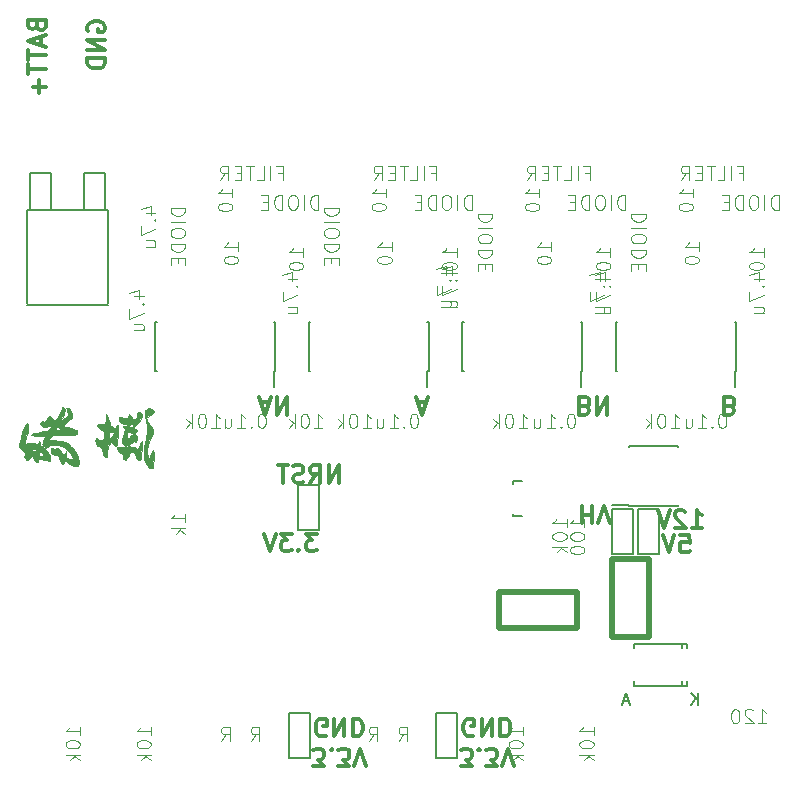
<source format=gbr>
G04 #@! TF.FileFunction,Legend,Bot*
%FSLAX46Y46*%
G04 Gerber Fmt 4.6, Leading zero omitted, Abs format (unit mm)*
G04 Created by KiCad (PCBNEW 4.0.4-stable) date 11/07/16 11:26:06*
%MOMM*%
%LPD*%
G01*
G04 APERTURE LIST*
%ADD10C,0.100000*%
%ADD11C,0.300000*%
%ADD12C,0.150000*%
%ADD13C,0.500000*%
%ADD14C,0.010000*%
%ADD15C,0.101600*%
G04 APERTURE END LIST*
D10*
D11*
X55528572Y-67521429D02*
X55528572Y-69021429D01*
X55528572Y-68307143D02*
X56385715Y-68307143D01*
X56385715Y-67521429D02*
X56385715Y-69021429D01*
X56885715Y-69021429D02*
X57385715Y-67521429D01*
X57885715Y-69021429D01*
X64828571Y-69378571D02*
X65685714Y-69378571D01*
X65257142Y-69378571D02*
X65257142Y-67878571D01*
X65399999Y-68092857D01*
X65542857Y-68235714D01*
X65685714Y-68307143D01*
X64257143Y-68021429D02*
X64185714Y-67950000D01*
X64042857Y-67878571D01*
X63685714Y-67878571D01*
X63542857Y-67950000D01*
X63471428Y-68021429D01*
X63400000Y-68164286D01*
X63400000Y-68307143D01*
X63471428Y-68521429D01*
X64328571Y-69378571D01*
X63400000Y-69378571D01*
X62971429Y-67878571D02*
X62471429Y-69378571D01*
X61971429Y-67878571D01*
X63885713Y-69978571D02*
X64599999Y-69978571D01*
X64671428Y-70692857D01*
X64599999Y-70621429D01*
X64457142Y-70550000D01*
X64099999Y-70550000D01*
X63957142Y-70621429D01*
X63885713Y-70692857D01*
X63814285Y-70835714D01*
X63814285Y-71192857D01*
X63885713Y-71335714D01*
X63957142Y-71407143D01*
X64099999Y-71478571D01*
X64457142Y-71478571D01*
X64599999Y-71407143D01*
X64671428Y-71335714D01*
X63385714Y-69978571D02*
X62885714Y-71478571D01*
X62385714Y-69978571D01*
X33114285Y-69878571D02*
X32185714Y-69878571D01*
X32685714Y-70450000D01*
X32471428Y-70450000D01*
X32328571Y-70521429D01*
X32257142Y-70592857D01*
X32185714Y-70735714D01*
X32185714Y-71092857D01*
X32257142Y-71235714D01*
X32328571Y-71307143D01*
X32471428Y-71378571D01*
X32900000Y-71378571D01*
X33042857Y-71307143D01*
X33114285Y-71235714D01*
X31542857Y-71235714D02*
X31471429Y-71307143D01*
X31542857Y-71378571D01*
X31614286Y-71307143D01*
X31542857Y-71235714D01*
X31542857Y-71378571D01*
X30971428Y-69878571D02*
X30042857Y-69878571D01*
X30542857Y-70450000D01*
X30328571Y-70450000D01*
X30185714Y-70521429D01*
X30114285Y-70592857D01*
X30042857Y-70735714D01*
X30042857Y-71092857D01*
X30114285Y-71235714D01*
X30185714Y-71307143D01*
X30328571Y-71378571D01*
X30757143Y-71378571D01*
X30900000Y-71307143D01*
X30971428Y-71235714D01*
X29614286Y-69878571D02*
X29114286Y-71378571D01*
X28614286Y-69878571D01*
X34964285Y-65578571D02*
X34964285Y-64078571D01*
X34107142Y-65578571D01*
X34107142Y-64078571D01*
X32535713Y-65578571D02*
X33035713Y-64864286D01*
X33392856Y-65578571D02*
X33392856Y-64078571D01*
X32821428Y-64078571D01*
X32678570Y-64150000D01*
X32607142Y-64221429D01*
X32535713Y-64364286D01*
X32535713Y-64578571D01*
X32607142Y-64721429D01*
X32678570Y-64792857D01*
X32821428Y-64864286D01*
X33392856Y-64864286D01*
X31964285Y-65507143D02*
X31749999Y-65578571D01*
X31392856Y-65578571D01*
X31249999Y-65507143D01*
X31178570Y-65435714D01*
X31107142Y-65292857D01*
X31107142Y-65150000D01*
X31178570Y-65007143D01*
X31249999Y-64935714D01*
X31392856Y-64864286D01*
X31678570Y-64792857D01*
X31821428Y-64721429D01*
X31892856Y-64650000D01*
X31964285Y-64507143D01*
X31964285Y-64364286D01*
X31892856Y-64221429D01*
X31821428Y-64150000D01*
X31678570Y-64078571D01*
X31321428Y-64078571D01*
X31107142Y-64150000D01*
X30678571Y-64078571D02*
X29821428Y-64078571D01*
X30249999Y-65578571D02*
X30249999Y-64078571D01*
X45285715Y-89596429D02*
X46214286Y-89596429D01*
X45714286Y-89025000D01*
X45928572Y-89025000D01*
X46071429Y-88953571D01*
X46142858Y-88882143D01*
X46214286Y-88739286D01*
X46214286Y-88382143D01*
X46142858Y-88239286D01*
X46071429Y-88167857D01*
X45928572Y-88096429D01*
X45500000Y-88096429D01*
X45357143Y-88167857D01*
X45285715Y-88239286D01*
X46857143Y-88239286D02*
X46928571Y-88167857D01*
X46857143Y-88096429D01*
X46785714Y-88167857D01*
X46857143Y-88239286D01*
X46857143Y-88096429D01*
X47428572Y-89596429D02*
X48357143Y-89596429D01*
X47857143Y-89025000D01*
X48071429Y-89025000D01*
X48214286Y-88953571D01*
X48285715Y-88882143D01*
X48357143Y-88739286D01*
X48357143Y-88382143D01*
X48285715Y-88239286D01*
X48214286Y-88167857D01*
X48071429Y-88096429D01*
X47642857Y-88096429D01*
X47500000Y-88167857D01*
X47428572Y-88239286D01*
X48785714Y-89596429D02*
X49285714Y-88096429D01*
X49785714Y-89596429D01*
X46357143Y-86975000D02*
X46214286Y-87046429D01*
X46000000Y-87046429D01*
X45785715Y-86975000D01*
X45642857Y-86832143D01*
X45571429Y-86689286D01*
X45500000Y-86403571D01*
X45500000Y-86189286D01*
X45571429Y-85903571D01*
X45642857Y-85760714D01*
X45785715Y-85617857D01*
X46000000Y-85546429D01*
X46142857Y-85546429D01*
X46357143Y-85617857D01*
X46428572Y-85689286D01*
X46428572Y-86189286D01*
X46142857Y-86189286D01*
X47071429Y-85546429D02*
X47071429Y-87046429D01*
X47928572Y-85546429D01*
X47928572Y-87046429D01*
X48642858Y-85546429D02*
X48642858Y-87046429D01*
X49000001Y-87046429D01*
X49214286Y-86975000D01*
X49357144Y-86832143D01*
X49428572Y-86689286D01*
X49500001Y-86403571D01*
X49500001Y-86189286D01*
X49428572Y-85903571D01*
X49357144Y-85760714D01*
X49214286Y-85617857D01*
X49000001Y-85546429D01*
X48642858Y-85546429D01*
X32785715Y-89596429D02*
X33714286Y-89596429D01*
X33214286Y-89025000D01*
X33428572Y-89025000D01*
X33571429Y-88953571D01*
X33642858Y-88882143D01*
X33714286Y-88739286D01*
X33714286Y-88382143D01*
X33642858Y-88239286D01*
X33571429Y-88167857D01*
X33428572Y-88096429D01*
X33000000Y-88096429D01*
X32857143Y-88167857D01*
X32785715Y-88239286D01*
X34357143Y-88239286D02*
X34428571Y-88167857D01*
X34357143Y-88096429D01*
X34285714Y-88167857D01*
X34357143Y-88239286D01*
X34357143Y-88096429D01*
X34928572Y-89596429D02*
X35857143Y-89596429D01*
X35357143Y-89025000D01*
X35571429Y-89025000D01*
X35714286Y-88953571D01*
X35785715Y-88882143D01*
X35857143Y-88739286D01*
X35857143Y-88382143D01*
X35785715Y-88239286D01*
X35714286Y-88167857D01*
X35571429Y-88096429D01*
X35142857Y-88096429D01*
X35000000Y-88167857D01*
X34928572Y-88239286D01*
X36285714Y-89596429D02*
X36785714Y-88096429D01*
X37285714Y-89596429D01*
X33857143Y-86975000D02*
X33714286Y-87046429D01*
X33500000Y-87046429D01*
X33285715Y-86975000D01*
X33142857Y-86832143D01*
X33071429Y-86689286D01*
X33000000Y-86403571D01*
X33000000Y-86189286D01*
X33071429Y-85903571D01*
X33142857Y-85760714D01*
X33285715Y-85617857D01*
X33500000Y-85546429D01*
X33642857Y-85546429D01*
X33857143Y-85617857D01*
X33928572Y-85689286D01*
X33928572Y-86189286D01*
X33642857Y-86189286D01*
X34571429Y-85546429D02*
X34571429Y-87046429D01*
X35428572Y-85546429D01*
X35428572Y-87046429D01*
X36142858Y-85546429D02*
X36142858Y-87046429D01*
X36500001Y-87046429D01*
X36714286Y-86975000D01*
X36857144Y-86832143D01*
X36928572Y-86689286D01*
X37000001Y-86403571D01*
X37000001Y-86189286D01*
X36928572Y-85903571D01*
X36857144Y-85760714D01*
X36714286Y-85617857D01*
X36500001Y-85546429D01*
X36142858Y-85546429D01*
X13750000Y-27357143D02*
X13678571Y-27214286D01*
X13678571Y-27000000D01*
X13750000Y-26785715D01*
X13892857Y-26642857D01*
X14035714Y-26571429D01*
X14321429Y-26500000D01*
X14535714Y-26500000D01*
X14821429Y-26571429D01*
X14964286Y-26642857D01*
X15107143Y-26785715D01*
X15178571Y-27000000D01*
X15178571Y-27142857D01*
X15107143Y-27357143D01*
X15035714Y-27428572D01*
X14535714Y-27428572D01*
X14535714Y-27142857D01*
X15178571Y-28071429D02*
X13678571Y-28071429D01*
X15178571Y-28928572D01*
X13678571Y-28928572D01*
X15178571Y-29642858D02*
X13678571Y-29642858D01*
X13678571Y-30000001D01*
X13750000Y-30214286D01*
X13892857Y-30357144D01*
X14035714Y-30428572D01*
X14321429Y-30500001D01*
X14535714Y-30500001D01*
X14821429Y-30428572D01*
X14964286Y-30357144D01*
X15107143Y-30214286D01*
X15178571Y-30000001D01*
X15178571Y-29642858D01*
X9392857Y-26892858D02*
X9464286Y-27107144D01*
X9535714Y-27178572D01*
X9678571Y-27250001D01*
X9892857Y-27250001D01*
X10035714Y-27178572D01*
X10107143Y-27107144D01*
X10178571Y-26964286D01*
X10178571Y-26392858D01*
X8678571Y-26392858D01*
X8678571Y-26892858D01*
X8750000Y-27035715D01*
X8821429Y-27107144D01*
X8964286Y-27178572D01*
X9107143Y-27178572D01*
X9250000Y-27107144D01*
X9321429Y-27035715D01*
X9392857Y-26892858D01*
X9392857Y-26392858D01*
X9750000Y-27821429D02*
X9750000Y-28535715D01*
X10178571Y-27678572D02*
X8678571Y-28178572D01*
X10178571Y-28678572D01*
X8678571Y-28964286D02*
X8678571Y-29821429D01*
X10178571Y-29392858D02*
X8678571Y-29392858D01*
X8678571Y-30107143D02*
X8678571Y-30964286D01*
X10178571Y-30535715D02*
X8678571Y-30535715D01*
X9607143Y-31464286D02*
X9607143Y-32607143D01*
X10178571Y-32035714D02*
X9035714Y-32035714D01*
X68107143Y-59107143D02*
X68321429Y-59035714D01*
X68392857Y-58964286D01*
X68464286Y-58821429D01*
X68464286Y-58607143D01*
X68392857Y-58464286D01*
X68321429Y-58392857D01*
X68178571Y-58321429D01*
X67607143Y-58321429D01*
X67607143Y-59821429D01*
X68107143Y-59821429D01*
X68250000Y-59750000D01*
X68321429Y-59678571D01*
X68392857Y-59535714D01*
X68392857Y-59392857D01*
X68321429Y-59250000D01*
X68250000Y-59178571D01*
X68107143Y-59107143D01*
X67607143Y-59107143D01*
X55821429Y-59107143D02*
X56035715Y-59035714D01*
X56107143Y-58964286D01*
X56178572Y-58821429D01*
X56178572Y-58607143D01*
X56107143Y-58464286D01*
X56035715Y-58392857D01*
X55892857Y-58321429D01*
X55321429Y-58321429D01*
X55321429Y-59821429D01*
X55821429Y-59821429D01*
X55964286Y-59750000D01*
X56035715Y-59678571D01*
X56107143Y-59535714D01*
X56107143Y-59392857D01*
X56035715Y-59250000D01*
X55964286Y-59178571D01*
X55821429Y-59107143D01*
X55321429Y-59107143D01*
X56821429Y-58321429D02*
X56821429Y-59821429D01*
X57678572Y-58321429D01*
X57678572Y-59821429D01*
X41642857Y-58750000D02*
X42357143Y-58750000D01*
X41500000Y-58321429D02*
X42000000Y-59821429D01*
X42500000Y-58321429D01*
X28357143Y-58750000D02*
X29071429Y-58750000D01*
X28214286Y-58321429D02*
X28714286Y-59821429D01*
X29214286Y-58321429D01*
X29714286Y-58321429D02*
X29714286Y-59821429D01*
X30571429Y-58321429D01*
X30571429Y-59821429D01*
D12*
X13397000Y-42524000D02*
X13397000Y-39349000D01*
X13397000Y-39349000D02*
X15175000Y-39349000D01*
X15175000Y-39349000D02*
X15175000Y-42524000D01*
X8825000Y-42524000D02*
X8825000Y-39349000D01*
X8825000Y-39349000D02*
X10603000Y-39349000D01*
X10603000Y-39349000D02*
X10603000Y-42524000D01*
X15429000Y-48620000D02*
X15429000Y-42524000D01*
X15429000Y-42524000D02*
X8571000Y-42524000D01*
X8571000Y-42524000D02*
X8571000Y-50398000D01*
X8571000Y-50525000D02*
X15429000Y-50525000D01*
X15429000Y-50398000D02*
X15429000Y-48620000D01*
X42575000Y-56075000D02*
X42470000Y-56075000D01*
X42575000Y-51925000D02*
X42470000Y-51925000D01*
X32425000Y-51925000D02*
X32530000Y-51925000D01*
X32425000Y-56075000D02*
X32530000Y-56075000D01*
X42575000Y-56075000D02*
X42575000Y-51925000D01*
X32425000Y-56075000D02*
X32425000Y-51925000D01*
X42470000Y-56075000D02*
X42470000Y-57450000D01*
X29575000Y-56075000D02*
X29470000Y-56075000D01*
X29575000Y-51925000D02*
X29470000Y-51925000D01*
X19425000Y-51925000D02*
X19530000Y-51925000D01*
X19425000Y-56075000D02*
X19530000Y-56075000D01*
X29575000Y-56075000D02*
X29575000Y-51925000D01*
X19425000Y-56075000D02*
X19425000Y-51925000D01*
X29470000Y-56075000D02*
X29470000Y-57450000D01*
X68575000Y-56075000D02*
X68470000Y-56075000D01*
X68575000Y-51925000D02*
X68470000Y-51925000D01*
X58425000Y-51925000D02*
X58530000Y-51925000D01*
X58425000Y-56075000D02*
X58530000Y-56075000D01*
X68575000Y-56075000D02*
X68575000Y-51925000D01*
X58425000Y-56075000D02*
X58425000Y-51925000D01*
X68470000Y-56075000D02*
X68470000Y-57450000D01*
X55575000Y-56075000D02*
X55470000Y-56075000D01*
X55575000Y-51925000D02*
X55470000Y-51925000D01*
X45425000Y-51925000D02*
X45530000Y-51925000D01*
X45425000Y-56075000D02*
X45530000Y-56075000D01*
X55575000Y-56075000D02*
X55575000Y-51925000D01*
X45425000Y-56075000D02*
X45425000Y-51925000D01*
X55470000Y-56075000D02*
X55470000Y-57450000D01*
X59525000Y-67575000D02*
X59525000Y-67430000D01*
X63675000Y-67575000D02*
X63675000Y-67430000D01*
X63675000Y-62425000D02*
X63675000Y-62570000D01*
X59525000Y-62425000D02*
X59525000Y-62570000D01*
X59525000Y-67575000D02*
X63675000Y-67575000D01*
X59525000Y-62425000D02*
X63675000Y-62425000D01*
X59525000Y-67430000D02*
X58125000Y-67430000D01*
X63999140Y-82750060D02*
X63999140Y-82399540D01*
X63999140Y-79249940D02*
X63999140Y-79600460D01*
X59949560Y-82750060D02*
X59949560Y-82399540D01*
X64450440Y-82750060D02*
X64450440Y-82399540D01*
X64450440Y-79249940D02*
X64450440Y-79600460D01*
X59949560Y-79249940D02*
X59949560Y-79600460D01*
X64450440Y-82750060D02*
X59949560Y-82750060D01*
X64450440Y-79249940D02*
X59949560Y-79249940D01*
X50450800Y-65400180D02*
X49749760Y-65400180D01*
X49749760Y-65400180D02*
X49749760Y-65649100D01*
X49749760Y-68199160D02*
X49749760Y-68399820D01*
X49749760Y-68399820D02*
X50450800Y-68399820D01*
X33289000Y-65795000D02*
X33289000Y-69605000D01*
X33289000Y-69605000D02*
X31511000Y-69605000D01*
X31511000Y-69605000D02*
X31511000Y-65795000D01*
X33289000Y-65795000D02*
X31511000Y-65795000D01*
D13*
X58100000Y-78600000D02*
X61200000Y-78600000D01*
X58100000Y-72000000D02*
X61200000Y-72000000D01*
X61200000Y-72000000D02*
X61200000Y-78600000D01*
X58100000Y-72000000D02*
X58100000Y-78600000D01*
X55100000Y-77900000D02*
X55100000Y-74800000D01*
X48500000Y-77900000D02*
X48500000Y-74800000D01*
X48500000Y-74800000D02*
X55100000Y-74800000D01*
X48500000Y-77900000D02*
X55100000Y-77900000D01*
D12*
X58111000Y-71605000D02*
X58111000Y-67795000D01*
X58111000Y-67795000D02*
X59889000Y-67795000D01*
X59889000Y-67795000D02*
X59889000Y-71605000D01*
X58111000Y-71605000D02*
X59889000Y-71605000D01*
X60311000Y-71605000D02*
X60311000Y-67795000D01*
X60311000Y-67795000D02*
X62089000Y-67795000D01*
X62089000Y-67795000D02*
X62089000Y-71605000D01*
X60311000Y-71605000D02*
X62089000Y-71605000D01*
X32489000Y-85095000D02*
X32489000Y-88905000D01*
X32489000Y-88905000D02*
X30711000Y-88905000D01*
X30711000Y-88905000D02*
X30711000Y-85095000D01*
X32489000Y-85095000D02*
X30711000Y-85095000D01*
X44989000Y-85095000D02*
X44989000Y-88905000D01*
X44989000Y-88905000D02*
X43211000Y-88905000D01*
X43211000Y-88905000D02*
X43211000Y-85095000D01*
X44989000Y-85095000D02*
X43211000Y-85095000D01*
D14*
G36*
X18485090Y-63331754D02*
X18500014Y-63581400D01*
X18525783Y-63748494D01*
X18535315Y-63781475D01*
X18599471Y-63912374D01*
X18699136Y-64053591D01*
X18816706Y-64186143D01*
X18934582Y-64291048D01*
X19035160Y-64349325D01*
X19067443Y-64355333D01*
X19139247Y-64345867D01*
X19192268Y-64309869D01*
X19230045Y-64235935D01*
X19256116Y-64112665D01*
X19274018Y-63928656D01*
X19287290Y-63672506D01*
X19288478Y-63643006D01*
X19297019Y-63333908D01*
X19294613Y-63103513D01*
X19280812Y-62946510D01*
X19255166Y-62857588D01*
X19219864Y-62831333D01*
X19189680Y-62868240D01*
X19141371Y-62966254D01*
X19084042Y-63106313D01*
X19068135Y-63149034D01*
X19009127Y-63301092D01*
X18956267Y-63420210D01*
X18919060Y-63485395D01*
X18913411Y-63490748D01*
X18869913Y-63476971D01*
X18825531Y-63396423D01*
X18785666Y-63266764D01*
X18755723Y-63105657D01*
X18741104Y-62930761D01*
X18741004Y-62927205D01*
X18759438Y-62676009D01*
X18822252Y-62381369D01*
X18922823Y-62067423D01*
X19054528Y-61758308D01*
X19070815Y-61725271D01*
X19142061Y-61561810D01*
X19203292Y-61386599D01*
X19218489Y-61332180D01*
X19268144Y-61134984D01*
X19030982Y-60787242D01*
X18920438Y-60618826D01*
X18822160Y-60457760D01*
X18750878Y-60328680D01*
X18729927Y-60283745D01*
X18666034Y-60127991D01*
X18865704Y-59952235D01*
X18993378Y-59845352D01*
X19114971Y-59752530D01*
X19182521Y-59707278D01*
X19278058Y-59620767D01*
X19290880Y-59526592D01*
X19225583Y-59435500D01*
X19048185Y-59315997D01*
X18884897Y-59279765D01*
X18734819Y-59326750D01*
X18644935Y-59400835D01*
X18594528Y-59456773D01*
X18559627Y-59511828D01*
X18540029Y-59579186D01*
X18535532Y-59672034D01*
X18545933Y-59803558D01*
X18571030Y-59986946D01*
X18610621Y-60235382D01*
X18630289Y-60354833D01*
X18682392Y-60700041D01*
X18712116Y-60985037D01*
X18719090Y-61231363D01*
X18702940Y-61460564D01*
X18663295Y-61694184D01*
X18602861Y-61942333D01*
X18553088Y-62138432D01*
X18519063Y-62307114D01*
X18497801Y-62474305D01*
X18486321Y-62665929D01*
X18481639Y-62907912D01*
X18481087Y-63000666D01*
X18485090Y-63331754D01*
X18485090Y-63331754D01*
G37*
X18485090Y-63331754D02*
X18500014Y-63581400D01*
X18525783Y-63748494D01*
X18535315Y-63781475D01*
X18599471Y-63912374D01*
X18699136Y-64053591D01*
X18816706Y-64186143D01*
X18934582Y-64291048D01*
X19035160Y-64349325D01*
X19067443Y-64355333D01*
X19139247Y-64345867D01*
X19192268Y-64309869D01*
X19230045Y-64235935D01*
X19256116Y-64112665D01*
X19274018Y-63928656D01*
X19287290Y-63672506D01*
X19288478Y-63643006D01*
X19297019Y-63333908D01*
X19294613Y-63103513D01*
X19280812Y-62946510D01*
X19255166Y-62857588D01*
X19219864Y-62831333D01*
X19189680Y-62868240D01*
X19141371Y-62966254D01*
X19084042Y-63106313D01*
X19068135Y-63149034D01*
X19009127Y-63301092D01*
X18956267Y-63420210D01*
X18919060Y-63485395D01*
X18913411Y-63490748D01*
X18869913Y-63476971D01*
X18825531Y-63396423D01*
X18785666Y-63266764D01*
X18755723Y-63105657D01*
X18741104Y-62930761D01*
X18741004Y-62927205D01*
X18759438Y-62676009D01*
X18822252Y-62381369D01*
X18922823Y-62067423D01*
X19054528Y-61758308D01*
X19070815Y-61725271D01*
X19142061Y-61561810D01*
X19203292Y-61386599D01*
X19218489Y-61332180D01*
X19268144Y-61134984D01*
X19030982Y-60787242D01*
X18920438Y-60618826D01*
X18822160Y-60457760D01*
X18750878Y-60328680D01*
X18729927Y-60283745D01*
X18666034Y-60127991D01*
X18865704Y-59952235D01*
X18993378Y-59845352D01*
X19114971Y-59752530D01*
X19182521Y-59707278D01*
X19278058Y-59620767D01*
X19290880Y-59526592D01*
X19225583Y-59435500D01*
X19048185Y-59315997D01*
X18884897Y-59279765D01*
X18734819Y-59326750D01*
X18644935Y-59400835D01*
X18594528Y-59456773D01*
X18559627Y-59511828D01*
X18540029Y-59579186D01*
X18535532Y-59672034D01*
X18545933Y-59803558D01*
X18571030Y-59986946D01*
X18610621Y-60235382D01*
X18630289Y-60354833D01*
X18682392Y-60700041D01*
X18712116Y-60985037D01*
X18719090Y-61231363D01*
X18702940Y-61460564D01*
X18663295Y-61694184D01*
X18602861Y-61942333D01*
X18553088Y-62138432D01*
X18519063Y-62307114D01*
X18497801Y-62474305D01*
X18486321Y-62665929D01*
X18481639Y-62907912D01*
X18481087Y-63000666D01*
X18485090Y-63331754D01*
G36*
X16199503Y-62643262D02*
X16201101Y-62662000D01*
X16252143Y-62852086D01*
X16366178Y-62986022D01*
X16540452Y-63061594D01*
X16716190Y-63101355D01*
X16689961Y-63324518D01*
X16677637Y-63455657D01*
X16686023Y-63529306D01*
X16723690Y-63571768D01*
X16779943Y-63600630D01*
X16853787Y-63627126D01*
X16911958Y-63616795D01*
X16981466Y-63558867D01*
X17039572Y-63497084D01*
X17139592Y-63358349D01*
X17217917Y-63198737D01*
X17234637Y-63147481D01*
X17269338Y-63031026D01*
X17307424Y-62976181D01*
X17373475Y-62962584D01*
X17452581Y-62966937D01*
X17544719Y-62978313D01*
X17609931Y-63006359D01*
X17661627Y-63066897D01*
X17713221Y-63175751D01*
X17778124Y-63348743D01*
X17779547Y-63352681D01*
X17860692Y-63532349D01*
X17946090Y-63631636D01*
X17968989Y-63644655D01*
X18063135Y-63668929D01*
X18130788Y-63636932D01*
X18177196Y-63540621D01*
X18207606Y-63371949D01*
X18218066Y-63262879D01*
X18235566Y-63063988D01*
X18259102Y-62824869D01*
X18284312Y-62589322D01*
X18290922Y-62531318D01*
X18313906Y-62288754D01*
X18317539Y-62127384D01*
X18302200Y-62047522D01*
X18268269Y-62049480D01*
X18216125Y-62133572D01*
X18146148Y-62300109D01*
X18114611Y-62386052D01*
X18053653Y-62554530D01*
X18003504Y-62688420D01*
X17970573Y-62770884D01*
X17961237Y-62789000D01*
X17928364Y-62762094D01*
X17857353Y-62694515D01*
X17824513Y-62662000D01*
X17729717Y-62581966D01*
X17631520Y-62544536D01*
X17490493Y-62535008D01*
X17483942Y-62535000D01*
X17352056Y-62529523D01*
X17275829Y-62505034D01*
X17226536Y-62449449D01*
X17209972Y-62419724D01*
X17179865Y-62353997D01*
X17183007Y-62306636D01*
X17231691Y-62258269D01*
X17338212Y-62189525D01*
X17367370Y-62171729D01*
X17507351Y-62094934D01*
X17601331Y-62066846D01*
X17662558Y-62078598D01*
X17765456Y-62105473D01*
X17830120Y-62059254D01*
X17858557Y-61937948D01*
X17860333Y-61882153D01*
X17839448Y-61671828D01*
X17780573Y-61528605D01*
X17689376Y-61456378D01*
X17571526Y-61459039D01*
X17432693Y-61540482D01*
X17401989Y-61567415D01*
X17279954Y-61678603D01*
X17159594Y-61785597D01*
X17124284Y-61816240D01*
X17002069Y-61921166D01*
X17030159Y-61635948D01*
X17050381Y-61445840D01*
X17071018Y-61327425D01*
X17100031Y-61268071D01*
X17145380Y-61255140D01*
X17215026Y-61275998D01*
X17248329Y-61289659D01*
X17488774Y-61346234D01*
X17723213Y-61322863D01*
X17801247Y-61271171D01*
X17847166Y-61186081D01*
X17850304Y-61099790D01*
X17813399Y-61050679D01*
X17707862Y-60987922D01*
X17649061Y-60936611D01*
X17639012Y-60880880D01*
X17679731Y-60804863D01*
X17773233Y-60692694D01*
X17872907Y-60582253D01*
X18092864Y-60317321D01*
X18237544Y-60090710D01*
X18307044Y-59902179D01*
X18301463Y-59751485D01*
X18244091Y-59659091D01*
X18131432Y-59591486D01*
X18029667Y-59571666D01*
X17939360Y-59582566D01*
X17906071Y-59631448D01*
X17902430Y-59688083D01*
X17886783Y-59839474D01*
X17847115Y-59992747D01*
X17793488Y-60115344D01*
X17755509Y-60163495D01*
X17653565Y-60200161D01*
X17539576Y-60177757D01*
X17447686Y-60108175D01*
X17416498Y-60045423D01*
X17363888Y-59919965D01*
X17285970Y-59824010D01*
X17204111Y-59783443D01*
X17200161Y-59783333D01*
X17159604Y-59822005D01*
X17134432Y-59923850D01*
X17132639Y-59942083D01*
X17119500Y-60100833D01*
X16844333Y-60086341D01*
X16693292Y-60072161D01*
X16572771Y-60049586D01*
X16514125Y-60026477D01*
X16449911Y-60007859D01*
X16392989Y-60047201D01*
X16352324Y-60107850D01*
X16354356Y-60187316D01*
X16375541Y-60260695D01*
X16456015Y-60422655D01*
X16578167Y-60522795D01*
X16757980Y-60573022D01*
X16801571Y-60578059D01*
X16945156Y-60602867D01*
X17010112Y-60641425D01*
X17013667Y-60655063D01*
X17047027Y-60719103D01*
X17092492Y-60753873D01*
X17162717Y-60769467D01*
X17235587Y-60725490D01*
X17269204Y-60691863D01*
X17375832Y-60608179D01*
X17467262Y-60585180D01*
X17527271Y-60617448D01*
X17539632Y-60699567D01*
X17515777Y-60774187D01*
X17455409Y-60854617D01*
X17377656Y-60863980D01*
X17119904Y-60812094D01*
X16927360Y-60776643D01*
X16807062Y-60758885D01*
X16778749Y-60757000D01*
X16724404Y-60782775D01*
X16731758Y-60850520D01*
X16798305Y-60944771D01*
X16835647Y-60989329D01*
X16852772Y-61034690D01*
X16847896Y-61100101D01*
X16819237Y-61204811D01*
X16765012Y-61368065D01*
X16756874Y-61392000D01*
X16670873Y-61694034D01*
X16630990Y-61952757D01*
X16636083Y-62162270D01*
X16685011Y-62316670D01*
X16776634Y-62410059D01*
X16909809Y-62436535D01*
X16957737Y-62430539D01*
X17055292Y-62417904D01*
X17091894Y-62435667D01*
X17090621Y-62479489D01*
X17071775Y-62519206D01*
X17022466Y-62542297D01*
X16924710Y-62552854D01*
X16865500Y-62553617D01*
X16865500Y-63043000D01*
X16886667Y-63064166D01*
X16865500Y-63085333D01*
X16844333Y-63064166D01*
X16865500Y-63043000D01*
X16865500Y-62553617D01*
X16760524Y-62554970D01*
X16758934Y-62554964D01*
X16583897Y-62551686D01*
X16425634Y-62544221D01*
X16317529Y-62534161D01*
X16315167Y-62533797D01*
X16230921Y-62526319D01*
X16198937Y-62555422D01*
X16199503Y-62643262D01*
X16199503Y-62643262D01*
G37*
X16199503Y-62643262D02*
X16201101Y-62662000D01*
X16252143Y-62852086D01*
X16366178Y-62986022D01*
X16540452Y-63061594D01*
X16716190Y-63101355D01*
X16689961Y-63324518D01*
X16677637Y-63455657D01*
X16686023Y-63529306D01*
X16723690Y-63571768D01*
X16779943Y-63600630D01*
X16853787Y-63627126D01*
X16911958Y-63616795D01*
X16981466Y-63558867D01*
X17039572Y-63497084D01*
X17139592Y-63358349D01*
X17217917Y-63198737D01*
X17234637Y-63147481D01*
X17269338Y-63031026D01*
X17307424Y-62976181D01*
X17373475Y-62962584D01*
X17452581Y-62966937D01*
X17544719Y-62978313D01*
X17609931Y-63006359D01*
X17661627Y-63066897D01*
X17713221Y-63175751D01*
X17778124Y-63348743D01*
X17779547Y-63352681D01*
X17860692Y-63532349D01*
X17946090Y-63631636D01*
X17968989Y-63644655D01*
X18063135Y-63668929D01*
X18130788Y-63636932D01*
X18177196Y-63540621D01*
X18207606Y-63371949D01*
X18218066Y-63262879D01*
X18235566Y-63063988D01*
X18259102Y-62824869D01*
X18284312Y-62589322D01*
X18290922Y-62531318D01*
X18313906Y-62288754D01*
X18317539Y-62127384D01*
X18302200Y-62047522D01*
X18268269Y-62049480D01*
X18216125Y-62133572D01*
X18146148Y-62300109D01*
X18114611Y-62386052D01*
X18053653Y-62554530D01*
X18003504Y-62688420D01*
X17970573Y-62770884D01*
X17961237Y-62789000D01*
X17928364Y-62762094D01*
X17857353Y-62694515D01*
X17824513Y-62662000D01*
X17729717Y-62581966D01*
X17631520Y-62544536D01*
X17490493Y-62535008D01*
X17483942Y-62535000D01*
X17352056Y-62529523D01*
X17275829Y-62505034D01*
X17226536Y-62449449D01*
X17209972Y-62419724D01*
X17179865Y-62353997D01*
X17183007Y-62306636D01*
X17231691Y-62258269D01*
X17338212Y-62189525D01*
X17367370Y-62171729D01*
X17507351Y-62094934D01*
X17601331Y-62066846D01*
X17662558Y-62078598D01*
X17765456Y-62105473D01*
X17830120Y-62059254D01*
X17858557Y-61937948D01*
X17860333Y-61882153D01*
X17839448Y-61671828D01*
X17780573Y-61528605D01*
X17689376Y-61456378D01*
X17571526Y-61459039D01*
X17432693Y-61540482D01*
X17401989Y-61567415D01*
X17279954Y-61678603D01*
X17159594Y-61785597D01*
X17124284Y-61816240D01*
X17002069Y-61921166D01*
X17030159Y-61635948D01*
X17050381Y-61445840D01*
X17071018Y-61327425D01*
X17100031Y-61268071D01*
X17145380Y-61255140D01*
X17215026Y-61275998D01*
X17248329Y-61289659D01*
X17488774Y-61346234D01*
X17723213Y-61322863D01*
X17801247Y-61271171D01*
X17847166Y-61186081D01*
X17850304Y-61099790D01*
X17813399Y-61050679D01*
X17707862Y-60987922D01*
X17649061Y-60936611D01*
X17639012Y-60880880D01*
X17679731Y-60804863D01*
X17773233Y-60692694D01*
X17872907Y-60582253D01*
X18092864Y-60317321D01*
X18237544Y-60090710D01*
X18307044Y-59902179D01*
X18301463Y-59751485D01*
X18244091Y-59659091D01*
X18131432Y-59591486D01*
X18029667Y-59571666D01*
X17939360Y-59582566D01*
X17906071Y-59631448D01*
X17902430Y-59688083D01*
X17886783Y-59839474D01*
X17847115Y-59992747D01*
X17793488Y-60115344D01*
X17755509Y-60163495D01*
X17653565Y-60200161D01*
X17539576Y-60177757D01*
X17447686Y-60108175D01*
X17416498Y-60045423D01*
X17363888Y-59919965D01*
X17285970Y-59824010D01*
X17204111Y-59783443D01*
X17200161Y-59783333D01*
X17159604Y-59822005D01*
X17134432Y-59923850D01*
X17132639Y-59942083D01*
X17119500Y-60100833D01*
X16844333Y-60086341D01*
X16693292Y-60072161D01*
X16572771Y-60049586D01*
X16514125Y-60026477D01*
X16449911Y-60007859D01*
X16392989Y-60047201D01*
X16352324Y-60107850D01*
X16354356Y-60187316D01*
X16375541Y-60260695D01*
X16456015Y-60422655D01*
X16578167Y-60522795D01*
X16757980Y-60573022D01*
X16801571Y-60578059D01*
X16945156Y-60602867D01*
X17010112Y-60641425D01*
X17013667Y-60655063D01*
X17047027Y-60719103D01*
X17092492Y-60753873D01*
X17162717Y-60769467D01*
X17235587Y-60725490D01*
X17269204Y-60691863D01*
X17375832Y-60608179D01*
X17467262Y-60585180D01*
X17527271Y-60617448D01*
X17539632Y-60699567D01*
X17515777Y-60774187D01*
X17455409Y-60854617D01*
X17377656Y-60863980D01*
X17119904Y-60812094D01*
X16927360Y-60776643D01*
X16807062Y-60758885D01*
X16778749Y-60757000D01*
X16724404Y-60782775D01*
X16731758Y-60850520D01*
X16798305Y-60944771D01*
X16835647Y-60989329D01*
X16852772Y-61034690D01*
X16847896Y-61100101D01*
X16819237Y-61204811D01*
X16765012Y-61368065D01*
X16756874Y-61392000D01*
X16670873Y-61694034D01*
X16630990Y-61952757D01*
X16636083Y-62162270D01*
X16685011Y-62316670D01*
X16776634Y-62410059D01*
X16909809Y-62436535D01*
X16957737Y-62430539D01*
X17055292Y-62417904D01*
X17091894Y-62435667D01*
X17090621Y-62479489D01*
X17071775Y-62519206D01*
X17022466Y-62542297D01*
X16924710Y-62552854D01*
X16865500Y-62553617D01*
X16865500Y-63043000D01*
X16886667Y-63064166D01*
X16865500Y-63085333D01*
X16844333Y-63064166D01*
X16865500Y-63043000D01*
X16865500Y-62553617D01*
X16760524Y-62554970D01*
X16758934Y-62554964D01*
X16583897Y-62551686D01*
X16425634Y-62544221D01*
X16317529Y-62534161D01*
X16315167Y-62533797D01*
X16230921Y-62526319D01*
X16198937Y-62555422D01*
X16199503Y-62643262D01*
G36*
X14365108Y-62144145D02*
X14442297Y-62317159D01*
X14449767Y-62328405D01*
X14531189Y-62427961D01*
X14631962Y-62500886D01*
X14778291Y-62563881D01*
X14865250Y-62593203D01*
X14915165Y-62634080D01*
X14936854Y-62727413D01*
X14939333Y-62802520D01*
X14959696Y-63022264D01*
X15015891Y-63207248D01*
X15100577Y-63343185D01*
X15206413Y-63415793D01*
X15258711Y-63424000D01*
X15300351Y-63419872D01*
X15328273Y-63397642D01*
X15346015Y-63342537D01*
X15357115Y-63239782D01*
X15365108Y-63074606D01*
X15369077Y-62963064D01*
X15384854Y-62502128D01*
X15718658Y-62158188D01*
X15821940Y-62303347D01*
X15914518Y-62407368D01*
X16009947Y-62474469D01*
X16086863Y-62491515D01*
X16109158Y-62479952D01*
X16130276Y-62422623D01*
X16156014Y-62298255D01*
X16184034Y-62124188D01*
X16212002Y-61917763D01*
X16237580Y-61696321D01*
X16258432Y-61477204D01*
X16272221Y-61277752D01*
X16272861Y-61265000D01*
X16279305Y-61003153D01*
X16269372Y-60821302D01*
X16245441Y-60725250D01*
X16190175Y-60645222D01*
X16146577Y-60646825D01*
X16111896Y-60731261D01*
X16099858Y-60788750D01*
X16077360Y-60898857D01*
X16058163Y-60969229D01*
X16055236Y-60975807D01*
X16014585Y-60970012D01*
X15925560Y-60926025D01*
X15833502Y-60869973D01*
X15799079Y-60846275D01*
X15799079Y-61293939D01*
X15883300Y-61298475D01*
X15913000Y-61312721D01*
X15897849Y-61375572D01*
X15860759Y-61477196D01*
X15854630Y-61492085D01*
X15788502Y-61602433D01*
X15693681Y-61708861D01*
X15594645Y-61787649D01*
X15521049Y-61815333D01*
X15504945Y-61778066D01*
X15497927Y-61685357D01*
X15499136Y-61565845D01*
X15507714Y-61448169D01*
X15522800Y-61360967D01*
X15535479Y-61334373D01*
X15593273Y-61313717D01*
X15691772Y-61299630D01*
X15799079Y-61293939D01*
X15799079Y-60846275D01*
X15735525Y-60802520D01*
X15667958Y-60739309D01*
X15617593Y-60659096D01*
X15571225Y-60540633D01*
X15515646Y-60362675D01*
X15513289Y-60354833D01*
X15456361Y-60174108D01*
X15401128Y-60013716D01*
X15356388Y-59898658D01*
X15342197Y-59868655D01*
X15285561Y-59763477D01*
X15262334Y-59910988D01*
X15246099Y-60032137D01*
X15227339Y-60198156D01*
X15212851Y-60344250D01*
X15186594Y-60630000D01*
X14831459Y-60630000D01*
X14658593Y-60631647D01*
X14555274Y-60638855D01*
X14506413Y-60655020D01*
X14496918Y-60683542D01*
X14502422Y-60704083D01*
X14605246Y-60883646D01*
X14765689Y-61035409D01*
X14921584Y-61120388D01*
X15116959Y-61195002D01*
X15088437Y-61473418D01*
X15066367Y-61677174D01*
X15044936Y-61811251D01*
X15016489Y-61890228D01*
X14973370Y-61928684D01*
X14907923Y-61941199D01*
X14842222Y-61942333D01*
X14675231Y-61915526D01*
X14568233Y-61847083D01*
X14496701Y-61785096D01*
X14454916Y-61779343D01*
X14411672Y-61827298D01*
X14406755Y-61834007D01*
X14352606Y-61975567D01*
X14365108Y-62144145D01*
X14365108Y-62144145D01*
G37*
X14365108Y-62144145D02*
X14442297Y-62317159D01*
X14449767Y-62328405D01*
X14531189Y-62427961D01*
X14631962Y-62500886D01*
X14778291Y-62563881D01*
X14865250Y-62593203D01*
X14915165Y-62634080D01*
X14936854Y-62727413D01*
X14939333Y-62802520D01*
X14959696Y-63022264D01*
X15015891Y-63207248D01*
X15100577Y-63343185D01*
X15206413Y-63415793D01*
X15258711Y-63424000D01*
X15300351Y-63419872D01*
X15328273Y-63397642D01*
X15346015Y-63342537D01*
X15357115Y-63239782D01*
X15365108Y-63074606D01*
X15369077Y-62963064D01*
X15384854Y-62502128D01*
X15718658Y-62158188D01*
X15821940Y-62303347D01*
X15914518Y-62407368D01*
X16009947Y-62474469D01*
X16086863Y-62491515D01*
X16109158Y-62479952D01*
X16130276Y-62422623D01*
X16156014Y-62298255D01*
X16184034Y-62124188D01*
X16212002Y-61917763D01*
X16237580Y-61696321D01*
X16258432Y-61477204D01*
X16272221Y-61277752D01*
X16272861Y-61265000D01*
X16279305Y-61003153D01*
X16269372Y-60821302D01*
X16245441Y-60725250D01*
X16190175Y-60645222D01*
X16146577Y-60646825D01*
X16111896Y-60731261D01*
X16099858Y-60788750D01*
X16077360Y-60898857D01*
X16058163Y-60969229D01*
X16055236Y-60975807D01*
X16014585Y-60970012D01*
X15925560Y-60926025D01*
X15833502Y-60869973D01*
X15799079Y-60846275D01*
X15799079Y-61293939D01*
X15883300Y-61298475D01*
X15913000Y-61312721D01*
X15897849Y-61375572D01*
X15860759Y-61477196D01*
X15854630Y-61492085D01*
X15788502Y-61602433D01*
X15693681Y-61708861D01*
X15594645Y-61787649D01*
X15521049Y-61815333D01*
X15504945Y-61778066D01*
X15497927Y-61685357D01*
X15499136Y-61565845D01*
X15507714Y-61448169D01*
X15522800Y-61360967D01*
X15535479Y-61334373D01*
X15593273Y-61313717D01*
X15691772Y-61299630D01*
X15799079Y-61293939D01*
X15799079Y-60846275D01*
X15735525Y-60802520D01*
X15667958Y-60739309D01*
X15617593Y-60659096D01*
X15571225Y-60540633D01*
X15515646Y-60362675D01*
X15513289Y-60354833D01*
X15456361Y-60174108D01*
X15401128Y-60013716D01*
X15356388Y-59898658D01*
X15342197Y-59868655D01*
X15285561Y-59763477D01*
X15262334Y-59910988D01*
X15246099Y-60032137D01*
X15227339Y-60198156D01*
X15212851Y-60344250D01*
X15186594Y-60630000D01*
X14831459Y-60630000D01*
X14658593Y-60631647D01*
X14555274Y-60638855D01*
X14506413Y-60655020D01*
X14496918Y-60683542D01*
X14502422Y-60704083D01*
X14605246Y-60883646D01*
X14765689Y-61035409D01*
X14921584Y-61120388D01*
X15116959Y-61195002D01*
X15088437Y-61473418D01*
X15066367Y-61677174D01*
X15044936Y-61811251D01*
X15016489Y-61890228D01*
X14973370Y-61928684D01*
X14907923Y-61941199D01*
X14842222Y-61942333D01*
X14675231Y-61915526D01*
X14568233Y-61847083D01*
X14496701Y-61785096D01*
X14454916Y-61779343D01*
X14411672Y-61827298D01*
X14406755Y-61834007D01*
X14352606Y-61975567D01*
X14365108Y-62144145D01*
G36*
X8974356Y-61531477D02*
X9053804Y-61561565D01*
X9187884Y-61581911D01*
X9386597Y-61594041D01*
X9656026Y-61599446D01*
X10151218Y-61603666D01*
X10028740Y-61868250D01*
X9940941Y-62065020D01*
X9890680Y-62204869D01*
X9876449Y-62306000D01*
X9896743Y-62386620D01*
X9950053Y-62464931D01*
X9976794Y-62495792D01*
X10058818Y-62580645D01*
X10119439Y-62610803D01*
X10190894Y-62597079D01*
X10231186Y-62581122D01*
X10347288Y-62517490D01*
X10434334Y-62446465D01*
X10513379Y-62392451D01*
X10637758Y-62368482D01*
X10727950Y-62365666D01*
X11130215Y-62399922D01*
X11493358Y-62500623D01*
X11809942Y-62664669D01*
X12072531Y-62888960D01*
X12123382Y-62947374D01*
X12267081Y-63134863D01*
X12376681Y-63303976D01*
X12445130Y-63441891D01*
X12465375Y-63535789D01*
X12458918Y-63557335D01*
X12398373Y-63583406D01*
X12282667Y-63583073D01*
X12136055Y-63559292D01*
X11982789Y-63515017D01*
X11925248Y-63492316D01*
X11768662Y-63424672D01*
X11851635Y-63183507D01*
X11895480Y-63027462D01*
X11903586Y-62929717D01*
X11879871Y-62896336D01*
X11828255Y-62933381D01*
X11757645Y-63038102D01*
X11694276Y-63140282D01*
X11645840Y-63202834D01*
X11632330Y-63212007D01*
X11599948Y-63178315D01*
X11538363Y-63088982D01*
X11459928Y-62962133D01*
X11446574Y-62939455D01*
X11361281Y-62803738D01*
X11284368Y-62698933D01*
X11231031Y-62645517D01*
X11226962Y-62643542D01*
X11149586Y-62643277D01*
X11040877Y-62673351D01*
X11028935Y-62678167D01*
X10926516Y-62711956D01*
X10851219Y-62700005D01*
X10775263Y-62651563D01*
X10686183Y-62593104D01*
X10642368Y-62596456D01*
X10623864Y-62671054D01*
X10618873Y-62725500D01*
X10608869Y-62913012D01*
X10619653Y-63034744D01*
X10657325Y-63108299D01*
X10727985Y-63151278D01*
X10771213Y-63165070D01*
X10917204Y-63187509D01*
X11060068Y-63183896D01*
X11061855Y-63183611D01*
X11202617Y-63160769D01*
X11276400Y-63461846D01*
X11344132Y-63682194D01*
X11423523Y-63847869D01*
X11508352Y-63948226D01*
X11575930Y-63974333D01*
X11637823Y-63941436D01*
X11705697Y-63861880D01*
X11708211Y-63857916D01*
X11760611Y-63774171D01*
X11788663Y-63729367D01*
X11789194Y-63728520D01*
X11826254Y-63742684D01*
X11917050Y-63791922D01*
X12043575Y-63866353D01*
X12073195Y-63884379D01*
X12349367Y-64034461D01*
X12581624Y-64118628D01*
X12776331Y-64139084D01*
X12802265Y-64136842D01*
X12872341Y-64124548D01*
X12910968Y-64093898D01*
X12928754Y-64023794D01*
X12936304Y-63893134D01*
X12937159Y-63868500D01*
X12932030Y-63693035D01*
X12909474Y-63520073D01*
X12889159Y-63436108D01*
X12778835Y-63169983D01*
X12620801Y-62896068D01*
X12432302Y-62638615D01*
X12230582Y-62421873D01*
X12082375Y-62301568D01*
X11908990Y-62192523D01*
X11742597Y-62113164D01*
X11562727Y-62057953D01*
X11348910Y-62021352D01*
X11080678Y-61997823D01*
X10929685Y-61989690D01*
X10370204Y-61963500D01*
X10485185Y-61784272D01*
X10564175Y-61675106D01*
X10635918Y-61598786D01*
X10663202Y-61580634D01*
X10722939Y-61573406D01*
X10853798Y-61567165D01*
X11042239Y-61562239D01*
X11274719Y-61558952D01*
X11537697Y-61557632D01*
X11617670Y-61557663D01*
X11924838Y-61557269D01*
X12159667Y-61554402D01*
X12334466Y-61548211D01*
X12461547Y-61537848D01*
X12553221Y-61522466D01*
X12621797Y-61501214D01*
X12655301Y-61486134D01*
X12768795Y-61405593D01*
X12814019Y-61303887D01*
X12814796Y-61297777D01*
X12806882Y-61219439D01*
X12757889Y-61150181D01*
X12659112Y-61085494D01*
X12501842Y-61020869D01*
X12277375Y-60951797D01*
X12013541Y-60882808D01*
X11814915Y-60830370D01*
X11652275Y-60781575D01*
X11539966Y-60741179D01*
X11492332Y-60713942D01*
X11492135Y-60709863D01*
X11550021Y-60676186D01*
X11581539Y-60672333D01*
X11652942Y-60646899D01*
X11767360Y-60580515D01*
X11904157Y-60488059D01*
X12042693Y-60384408D01*
X12162331Y-60284439D01*
X12242433Y-60203030D01*
X12253431Y-60187984D01*
X12348431Y-59979077D01*
X12374187Y-59762435D01*
X12332179Y-59557433D01*
X12223891Y-59383444D01*
X12189281Y-59349416D01*
X12085103Y-59274322D01*
X11991038Y-59235811D01*
X11925168Y-59236662D01*
X11905572Y-59279652D01*
X11913792Y-59307083D01*
X11981774Y-59508557D01*
X12010358Y-59690044D01*
X12001947Y-59800526D01*
X11931704Y-59935108D01*
X11793266Y-60078078D01*
X11600250Y-60216040D01*
X11549332Y-60245787D01*
X11381342Y-60340202D01*
X11527833Y-60072351D01*
X11659048Y-59803303D01*
X11729550Y-59584052D01*
X11740994Y-59407136D01*
X11703482Y-59280455D01*
X11634833Y-59185330D01*
X11568746Y-59150834D01*
X11522064Y-59180176D01*
X11509920Y-59243583D01*
X11489012Y-59345916D01*
X11433185Y-59488557D01*
X11351775Y-59655934D01*
X11254121Y-59832476D01*
X11149560Y-60002610D01*
X11110751Y-60058909D01*
X11110751Y-60833739D01*
X11516237Y-61030739D01*
X11382312Y-61065443D01*
X11246193Y-61085655D01*
X11095171Y-61088140D01*
X11083202Y-61087323D01*
X10918017Y-61074500D01*
X11014384Y-60954119D01*
X11110751Y-60833739D01*
X11110751Y-60058909D01*
X11047431Y-60150766D01*
X10957072Y-60261371D01*
X10887820Y-60318853D01*
X10862933Y-60322477D01*
X10820840Y-60274302D01*
X10782600Y-60178630D01*
X10780445Y-60170597D01*
X10719659Y-60061706D01*
X10614869Y-59972226D01*
X10495025Y-59920671D01*
X10394069Y-59923505D01*
X10339797Y-59973195D01*
X10269170Y-60074678D01*
X10219167Y-60164333D01*
X10137761Y-60309285D01*
X10067280Y-60385848D01*
X9990226Y-60405388D01*
X9889102Y-60379270D01*
X9888572Y-60379068D01*
X9800857Y-60357966D01*
X9749215Y-60391029D01*
X9729505Y-60423617D01*
X9698935Y-60552813D01*
X9739983Y-60668876D01*
X9839632Y-60760934D01*
X9984863Y-60818115D01*
X10162659Y-60829549D01*
X10209186Y-60824209D01*
X10353740Y-60787727D01*
X10479851Y-60731790D01*
X10509562Y-60711774D01*
X10596855Y-60659115D01*
X10637237Y-60669751D01*
X10629852Y-60735930D01*
X10573841Y-60849901D01*
X10532085Y-60915394D01*
X10457467Y-61025822D01*
X10405271Y-61103104D01*
X10389252Y-61126859D01*
X10347596Y-61138583D01*
X10242159Y-61161264D01*
X10092476Y-61190789D01*
X10025696Y-61203388D01*
X9684811Y-61269969D01*
X9400749Y-61331768D01*
X9179405Y-61387229D01*
X9026670Y-61434797D01*
X8948440Y-61472915D01*
X8939540Y-61490121D01*
X8974356Y-61531477D01*
X8974356Y-61531477D01*
G37*
X8974356Y-61531477D02*
X9053804Y-61561565D01*
X9187884Y-61581911D01*
X9386597Y-61594041D01*
X9656026Y-61599446D01*
X10151218Y-61603666D01*
X10028740Y-61868250D01*
X9940941Y-62065020D01*
X9890680Y-62204869D01*
X9876449Y-62306000D01*
X9896743Y-62386620D01*
X9950053Y-62464931D01*
X9976794Y-62495792D01*
X10058818Y-62580645D01*
X10119439Y-62610803D01*
X10190894Y-62597079D01*
X10231186Y-62581122D01*
X10347288Y-62517490D01*
X10434334Y-62446465D01*
X10513379Y-62392451D01*
X10637758Y-62368482D01*
X10727950Y-62365666D01*
X11130215Y-62399922D01*
X11493358Y-62500623D01*
X11809942Y-62664669D01*
X12072531Y-62888960D01*
X12123382Y-62947374D01*
X12267081Y-63134863D01*
X12376681Y-63303976D01*
X12445130Y-63441891D01*
X12465375Y-63535789D01*
X12458918Y-63557335D01*
X12398373Y-63583406D01*
X12282667Y-63583073D01*
X12136055Y-63559292D01*
X11982789Y-63515017D01*
X11925248Y-63492316D01*
X11768662Y-63424672D01*
X11851635Y-63183507D01*
X11895480Y-63027462D01*
X11903586Y-62929717D01*
X11879871Y-62896336D01*
X11828255Y-62933381D01*
X11757645Y-63038102D01*
X11694276Y-63140282D01*
X11645840Y-63202834D01*
X11632330Y-63212007D01*
X11599948Y-63178315D01*
X11538363Y-63088982D01*
X11459928Y-62962133D01*
X11446574Y-62939455D01*
X11361281Y-62803738D01*
X11284368Y-62698933D01*
X11231031Y-62645517D01*
X11226962Y-62643542D01*
X11149586Y-62643277D01*
X11040877Y-62673351D01*
X11028935Y-62678167D01*
X10926516Y-62711956D01*
X10851219Y-62700005D01*
X10775263Y-62651563D01*
X10686183Y-62593104D01*
X10642368Y-62596456D01*
X10623864Y-62671054D01*
X10618873Y-62725500D01*
X10608869Y-62913012D01*
X10619653Y-63034744D01*
X10657325Y-63108299D01*
X10727985Y-63151278D01*
X10771213Y-63165070D01*
X10917204Y-63187509D01*
X11060068Y-63183896D01*
X11061855Y-63183611D01*
X11202617Y-63160769D01*
X11276400Y-63461846D01*
X11344132Y-63682194D01*
X11423523Y-63847869D01*
X11508352Y-63948226D01*
X11575930Y-63974333D01*
X11637823Y-63941436D01*
X11705697Y-63861880D01*
X11708211Y-63857916D01*
X11760611Y-63774171D01*
X11788663Y-63729367D01*
X11789194Y-63728520D01*
X11826254Y-63742684D01*
X11917050Y-63791922D01*
X12043575Y-63866353D01*
X12073195Y-63884379D01*
X12349367Y-64034461D01*
X12581624Y-64118628D01*
X12776331Y-64139084D01*
X12802265Y-64136842D01*
X12872341Y-64124548D01*
X12910968Y-64093898D01*
X12928754Y-64023794D01*
X12936304Y-63893134D01*
X12937159Y-63868500D01*
X12932030Y-63693035D01*
X12909474Y-63520073D01*
X12889159Y-63436108D01*
X12778835Y-63169983D01*
X12620801Y-62896068D01*
X12432302Y-62638615D01*
X12230582Y-62421873D01*
X12082375Y-62301568D01*
X11908990Y-62192523D01*
X11742597Y-62113164D01*
X11562727Y-62057953D01*
X11348910Y-62021352D01*
X11080678Y-61997823D01*
X10929685Y-61989690D01*
X10370204Y-61963500D01*
X10485185Y-61784272D01*
X10564175Y-61675106D01*
X10635918Y-61598786D01*
X10663202Y-61580634D01*
X10722939Y-61573406D01*
X10853798Y-61567165D01*
X11042239Y-61562239D01*
X11274719Y-61558952D01*
X11537697Y-61557632D01*
X11617670Y-61557663D01*
X11924838Y-61557269D01*
X12159667Y-61554402D01*
X12334466Y-61548211D01*
X12461547Y-61537848D01*
X12553221Y-61522466D01*
X12621797Y-61501214D01*
X12655301Y-61486134D01*
X12768795Y-61405593D01*
X12814019Y-61303887D01*
X12814796Y-61297777D01*
X12806882Y-61219439D01*
X12757889Y-61150181D01*
X12659112Y-61085494D01*
X12501842Y-61020869D01*
X12277375Y-60951797D01*
X12013541Y-60882808D01*
X11814915Y-60830370D01*
X11652275Y-60781575D01*
X11539966Y-60741179D01*
X11492332Y-60713942D01*
X11492135Y-60709863D01*
X11550021Y-60676186D01*
X11581539Y-60672333D01*
X11652942Y-60646899D01*
X11767360Y-60580515D01*
X11904157Y-60488059D01*
X12042693Y-60384408D01*
X12162331Y-60284439D01*
X12242433Y-60203030D01*
X12253431Y-60187984D01*
X12348431Y-59979077D01*
X12374187Y-59762435D01*
X12332179Y-59557433D01*
X12223891Y-59383444D01*
X12189281Y-59349416D01*
X12085103Y-59274322D01*
X11991038Y-59235811D01*
X11925168Y-59236662D01*
X11905572Y-59279652D01*
X11913792Y-59307083D01*
X11981774Y-59508557D01*
X12010358Y-59690044D01*
X12001947Y-59800526D01*
X11931704Y-59935108D01*
X11793266Y-60078078D01*
X11600250Y-60216040D01*
X11549332Y-60245787D01*
X11381342Y-60340202D01*
X11527833Y-60072351D01*
X11659048Y-59803303D01*
X11729550Y-59584052D01*
X11740994Y-59407136D01*
X11703482Y-59280455D01*
X11634833Y-59185330D01*
X11568746Y-59150834D01*
X11522064Y-59180176D01*
X11509920Y-59243583D01*
X11489012Y-59345916D01*
X11433185Y-59488557D01*
X11351775Y-59655934D01*
X11254121Y-59832476D01*
X11149560Y-60002610D01*
X11110751Y-60058909D01*
X11110751Y-60833739D01*
X11516237Y-61030739D01*
X11382312Y-61065443D01*
X11246193Y-61085655D01*
X11095171Y-61088140D01*
X11083202Y-61087323D01*
X10918017Y-61074500D01*
X11014384Y-60954119D01*
X11110751Y-60833739D01*
X11110751Y-60058909D01*
X11047431Y-60150766D01*
X10957072Y-60261371D01*
X10887820Y-60318853D01*
X10862933Y-60322477D01*
X10820840Y-60274302D01*
X10782600Y-60178630D01*
X10780445Y-60170597D01*
X10719659Y-60061706D01*
X10614869Y-59972226D01*
X10495025Y-59920671D01*
X10394069Y-59923505D01*
X10339797Y-59973195D01*
X10269170Y-60074678D01*
X10219167Y-60164333D01*
X10137761Y-60309285D01*
X10067280Y-60385848D01*
X9990226Y-60405388D01*
X9889102Y-60379270D01*
X9888572Y-60379068D01*
X9800857Y-60357966D01*
X9749215Y-60391029D01*
X9729505Y-60423617D01*
X9698935Y-60552813D01*
X9739983Y-60668876D01*
X9839632Y-60760934D01*
X9984863Y-60818115D01*
X10162659Y-60829549D01*
X10209186Y-60824209D01*
X10353740Y-60787727D01*
X10479851Y-60731790D01*
X10509562Y-60711774D01*
X10596855Y-60659115D01*
X10637237Y-60669751D01*
X10629852Y-60735930D01*
X10573841Y-60849901D01*
X10532085Y-60915394D01*
X10457467Y-61025822D01*
X10405271Y-61103104D01*
X10389252Y-61126859D01*
X10347596Y-61138583D01*
X10242159Y-61161264D01*
X10092476Y-61190789D01*
X10025696Y-61203388D01*
X9684811Y-61269969D01*
X9400749Y-61331768D01*
X9179405Y-61387229D01*
X9026670Y-61434797D01*
X8948440Y-61472915D01*
X8939540Y-61490121D01*
X8974356Y-61531477D01*
G36*
X7894402Y-62492725D02*
X7919137Y-62565172D01*
X7968735Y-62634846D01*
X8044075Y-62717621D01*
X8076028Y-62751913D01*
X8286772Y-62979500D01*
X8508097Y-62856962D01*
X8704479Y-62769461D01*
X8917725Y-62723448D01*
X9019210Y-62713691D01*
X9182392Y-62705673D01*
X9273509Y-62716452D01*
X9304549Y-62754654D01*
X9287500Y-62828906D01*
X9261920Y-62888344D01*
X9214841Y-62991673D01*
X9065513Y-62890336D01*
X8885915Y-62804984D01*
X8719849Y-62802785D01*
X8573030Y-62877404D01*
X8434618Y-63025120D01*
X8355907Y-63193005D01*
X8340477Y-63362411D01*
X8391908Y-63514690D01*
X8439242Y-63574090D01*
X8521241Y-63644362D01*
X8583101Y-63677596D01*
X8587409Y-63678000D01*
X8658272Y-63643789D01*
X8764683Y-63539562D01*
X8888961Y-63388989D01*
X8998089Y-63248991D01*
X9142961Y-63537579D01*
X9235244Y-63704791D01*
X9310959Y-63801732D01*
X9378486Y-63839040D01*
X9380672Y-63839378D01*
X9446488Y-63833469D01*
X9483767Y-63777426D01*
X9501800Y-63701795D01*
X9518102Y-63628129D01*
X9543692Y-63581588D01*
X9593011Y-63560448D01*
X9680501Y-63562983D01*
X9820603Y-63587468D01*
X10027759Y-63632177D01*
X10047689Y-63636582D01*
X10239496Y-63679108D01*
X10364616Y-63704433D01*
X10439356Y-63712102D01*
X10480021Y-63701659D01*
X10502919Y-63672649D01*
X10524356Y-63624615D01*
X10524978Y-63623247D01*
X10545993Y-63524617D01*
X10523791Y-63393628D01*
X10506378Y-63337497D01*
X10400604Y-63113410D01*
X10237080Y-62880649D01*
X10035471Y-62664823D01*
X9905523Y-62554962D01*
X9776392Y-62446964D01*
X9703070Y-62355447D01*
X9667274Y-62255915D01*
X9663953Y-62237679D01*
X9663953Y-62942914D01*
X9733312Y-62967243D01*
X9836755Y-63065577D01*
X9927585Y-63180554D01*
X9946294Y-63253067D01*
X9890961Y-63287984D01*
X9759667Y-63290175D01*
X9748495Y-63289304D01*
X9642779Y-63275886D01*
X9599072Y-63243121D01*
X9594858Y-63166775D01*
X9598317Y-63127666D01*
X9621620Y-62995694D01*
X9663953Y-62942914D01*
X9663953Y-62237679D01*
X9662408Y-62229194D01*
X9632325Y-62112687D01*
X9595422Y-62073850D01*
X9557607Y-62115251D01*
X9538050Y-62175166D01*
X9520275Y-62233617D01*
X9491200Y-62266024D01*
X9432615Y-62275469D01*
X9326306Y-62265037D01*
X9161151Y-62238970D01*
X8838714Y-62220915D01*
X8640259Y-62243962D01*
X8500048Y-62265399D01*
X8396950Y-62275571D01*
X8355411Y-62272856D01*
X8360551Y-62228186D01*
X8386904Y-62117968D01*
X8430465Y-61957476D01*
X8487225Y-61761983D01*
X8504781Y-61703569D01*
X8567587Y-61489309D01*
X8621007Y-61294247D01*
X8660005Y-61137702D01*
X8679550Y-61038994D01*
X8680637Y-61028544D01*
X8683347Y-60824998D01*
X8661776Y-60665723D01*
X8630707Y-60587666D01*
X8593565Y-60553699D01*
X8548365Y-60579453D01*
X8505502Y-60630000D01*
X8436454Y-60743570D01*
X8352783Y-60921275D01*
X8261413Y-61145370D01*
X8169268Y-61398108D01*
X8083271Y-61661746D01*
X8026506Y-61857666D01*
X7960582Y-62099974D01*
X7916004Y-62276002D01*
X7893651Y-62401627D01*
X7894402Y-62492725D01*
X7894402Y-62492725D01*
G37*
X7894402Y-62492725D02*
X7919137Y-62565172D01*
X7968735Y-62634846D01*
X8044075Y-62717621D01*
X8076028Y-62751913D01*
X8286772Y-62979500D01*
X8508097Y-62856962D01*
X8704479Y-62769461D01*
X8917725Y-62723448D01*
X9019210Y-62713691D01*
X9182392Y-62705673D01*
X9273509Y-62716452D01*
X9304549Y-62754654D01*
X9287500Y-62828906D01*
X9261920Y-62888344D01*
X9214841Y-62991673D01*
X9065513Y-62890336D01*
X8885915Y-62804984D01*
X8719849Y-62802785D01*
X8573030Y-62877404D01*
X8434618Y-63025120D01*
X8355907Y-63193005D01*
X8340477Y-63362411D01*
X8391908Y-63514690D01*
X8439242Y-63574090D01*
X8521241Y-63644362D01*
X8583101Y-63677596D01*
X8587409Y-63678000D01*
X8658272Y-63643789D01*
X8764683Y-63539562D01*
X8888961Y-63388989D01*
X8998089Y-63248991D01*
X9142961Y-63537579D01*
X9235244Y-63704791D01*
X9310959Y-63801732D01*
X9378486Y-63839040D01*
X9380672Y-63839378D01*
X9446488Y-63833469D01*
X9483767Y-63777426D01*
X9501800Y-63701795D01*
X9518102Y-63628129D01*
X9543692Y-63581588D01*
X9593011Y-63560448D01*
X9680501Y-63562983D01*
X9820603Y-63587468D01*
X10027759Y-63632177D01*
X10047689Y-63636582D01*
X10239496Y-63679108D01*
X10364616Y-63704433D01*
X10439356Y-63712102D01*
X10480021Y-63701659D01*
X10502919Y-63672649D01*
X10524356Y-63624615D01*
X10524978Y-63623247D01*
X10545993Y-63524617D01*
X10523791Y-63393628D01*
X10506378Y-63337497D01*
X10400604Y-63113410D01*
X10237080Y-62880649D01*
X10035471Y-62664823D01*
X9905523Y-62554962D01*
X9776392Y-62446964D01*
X9703070Y-62355447D01*
X9667274Y-62255915D01*
X9663953Y-62237679D01*
X9663953Y-62942914D01*
X9733312Y-62967243D01*
X9836755Y-63065577D01*
X9927585Y-63180554D01*
X9946294Y-63253067D01*
X9890961Y-63287984D01*
X9759667Y-63290175D01*
X9748495Y-63289304D01*
X9642779Y-63275886D01*
X9599072Y-63243121D01*
X9594858Y-63166775D01*
X9598317Y-63127666D01*
X9621620Y-62995694D01*
X9663953Y-62942914D01*
X9663953Y-62237679D01*
X9662408Y-62229194D01*
X9632325Y-62112687D01*
X9595422Y-62073850D01*
X9557607Y-62115251D01*
X9538050Y-62175166D01*
X9520275Y-62233617D01*
X9491200Y-62266024D01*
X9432615Y-62275469D01*
X9326306Y-62265037D01*
X9161151Y-62238970D01*
X8838714Y-62220915D01*
X8640259Y-62243962D01*
X8500048Y-62265399D01*
X8396950Y-62275571D01*
X8355411Y-62272856D01*
X8360551Y-62228186D01*
X8386904Y-62117968D01*
X8430465Y-61957476D01*
X8487225Y-61761983D01*
X8504781Y-61703569D01*
X8567587Y-61489309D01*
X8621007Y-61294247D01*
X8660005Y-61137702D01*
X8679550Y-61038994D01*
X8680637Y-61028544D01*
X8683347Y-60824998D01*
X8661776Y-60665723D01*
X8630707Y-60587666D01*
X8593565Y-60553699D01*
X8548365Y-60579453D01*
X8505502Y-60630000D01*
X8436454Y-60743570D01*
X8352783Y-60921275D01*
X8261413Y-61145370D01*
X8169268Y-61398108D01*
X8083271Y-61661746D01*
X8026506Y-61857666D01*
X7960582Y-62099974D01*
X7916004Y-62276002D01*
X7893651Y-62401627D01*
X7894402Y-62492725D01*
D15*
X44138214Y-47804333D02*
X44942548Y-47804333D01*
X43678595Y-47517071D02*
X44540381Y-47229810D01*
X44540381Y-47976690D01*
X44827643Y-48436310D02*
X44885095Y-48493762D01*
X44942548Y-48436310D01*
X44885095Y-48378858D01*
X44827643Y-48436310D01*
X44942548Y-48436310D01*
X43736048Y-48895929D02*
X43736048Y-49700262D01*
X44942548Y-49183191D01*
X44138214Y-50676953D02*
X44942548Y-50676953D01*
X44138214Y-50159882D02*
X44770190Y-50159882D01*
X44885095Y-50217334D01*
X44942548Y-50332239D01*
X44942548Y-50504596D01*
X44885095Y-50619501D01*
X44827643Y-50676953D01*
X30638214Y-48304333D02*
X31442548Y-48304333D01*
X30178595Y-48017071D02*
X31040381Y-47729810D01*
X31040381Y-48476690D01*
X31327643Y-48936310D02*
X31385095Y-48993762D01*
X31442548Y-48936310D01*
X31385095Y-48878858D01*
X31327643Y-48936310D01*
X31442548Y-48936310D01*
X30236048Y-49395929D02*
X30236048Y-50200262D01*
X31442548Y-49683191D01*
X30638214Y-51176953D02*
X31442548Y-51176953D01*
X30638214Y-50659882D02*
X31270190Y-50659882D01*
X31385095Y-50717334D01*
X31442548Y-50832239D01*
X31442548Y-51004596D01*
X31385095Y-51119501D01*
X31327643Y-51176953D01*
X30638214Y-48304333D02*
X31442548Y-48304333D01*
X30178595Y-48017071D02*
X31040381Y-47729810D01*
X31040381Y-48476690D01*
X31327643Y-48936310D02*
X31385095Y-48993762D01*
X31442548Y-48936310D01*
X31385095Y-48878858D01*
X31327643Y-48936310D01*
X31442548Y-48936310D01*
X30236048Y-49395929D02*
X30236048Y-50200262D01*
X31442548Y-49683191D01*
X30638214Y-51176953D02*
X31442548Y-51176953D01*
X30638214Y-50659882D02*
X31270190Y-50659882D01*
X31385095Y-50717334D01*
X31442548Y-50832239D01*
X31442548Y-51004596D01*
X31385095Y-51119501D01*
X31327643Y-51176953D01*
X17638214Y-49804333D02*
X18442548Y-49804333D01*
X17178595Y-49517071D02*
X18040381Y-49229810D01*
X18040381Y-49976690D01*
X18327643Y-50436310D02*
X18385095Y-50493762D01*
X18442548Y-50436310D01*
X18385095Y-50378858D01*
X18327643Y-50436310D01*
X18442548Y-50436310D01*
X17236048Y-50895929D02*
X17236048Y-51700262D01*
X18442548Y-51183191D01*
X17638214Y-52676953D02*
X18442548Y-52676953D01*
X17638214Y-52159882D02*
X18270190Y-52159882D01*
X18385095Y-52217334D01*
X18442548Y-52332239D01*
X18442548Y-52504596D01*
X18385095Y-52619501D01*
X18327643Y-52676953D01*
X70138214Y-48304333D02*
X70942548Y-48304333D01*
X69678595Y-48017071D02*
X70540381Y-47729810D01*
X70540381Y-48476690D01*
X70827643Y-48936310D02*
X70885095Y-48993762D01*
X70942548Y-48936310D01*
X70885095Y-48878858D01*
X70827643Y-48936310D01*
X70942548Y-48936310D01*
X69736048Y-49395929D02*
X69736048Y-50200262D01*
X70942548Y-49683191D01*
X70138214Y-51176953D02*
X70942548Y-51176953D01*
X70138214Y-50659882D02*
X70770190Y-50659882D01*
X70885095Y-50717334D01*
X70942548Y-50832239D01*
X70942548Y-51004596D01*
X70885095Y-51119501D01*
X70827643Y-51176953D01*
X56638214Y-48304333D02*
X57442548Y-48304333D01*
X56178595Y-48017071D02*
X57040381Y-47729810D01*
X57040381Y-48476690D01*
X57327643Y-48936310D02*
X57385095Y-48993762D01*
X57442548Y-48936310D01*
X57385095Y-48878858D01*
X57327643Y-48936310D01*
X57442548Y-48936310D01*
X56236048Y-49395929D02*
X56236048Y-50200262D01*
X57442548Y-49683191D01*
X56638214Y-51176953D02*
X57442548Y-51176953D01*
X56638214Y-50659882D02*
X57270190Y-50659882D01*
X57385095Y-50717334D01*
X57442548Y-50832239D01*
X57442548Y-51004596D01*
X57385095Y-51119501D01*
X57327643Y-51176953D01*
X57138214Y-48304333D02*
X57942548Y-48304333D01*
X56678595Y-48017071D02*
X57540381Y-47729810D01*
X57540381Y-48476690D01*
X57827643Y-48936310D02*
X57885095Y-48993762D01*
X57942548Y-48936310D01*
X57885095Y-48878858D01*
X57827643Y-48936310D01*
X57942548Y-48936310D01*
X56736048Y-49395929D02*
X56736048Y-50200262D01*
X57942548Y-49683191D01*
X57138214Y-51176953D02*
X57942548Y-51176953D01*
X57138214Y-50659882D02*
X57770190Y-50659882D01*
X57885095Y-50717334D01*
X57942548Y-50832239D01*
X57942548Y-51004596D01*
X57885095Y-51119501D01*
X57827643Y-51176953D01*
X43638214Y-47804333D02*
X44442548Y-47804333D01*
X43178595Y-47517071D02*
X44040381Y-47229810D01*
X44040381Y-47976690D01*
X44327643Y-48436310D02*
X44385095Y-48493762D01*
X44442548Y-48436310D01*
X44385095Y-48378858D01*
X44327643Y-48436310D01*
X44442548Y-48436310D01*
X43236048Y-48895929D02*
X43236048Y-49700262D01*
X44442548Y-49183191D01*
X43638214Y-50676953D02*
X44442548Y-50676953D01*
X43638214Y-50159882D02*
X44270190Y-50159882D01*
X44385095Y-50217334D01*
X44442548Y-50332239D01*
X44442548Y-50504596D01*
X44385095Y-50619501D01*
X44327643Y-50676953D01*
X46212738Y-42442548D02*
X46212738Y-41236048D01*
X45925476Y-41236048D01*
X45753119Y-41293500D01*
X45638214Y-41408405D01*
X45580762Y-41523310D01*
X45523310Y-41753119D01*
X45523310Y-41925476D01*
X45580762Y-42155286D01*
X45638214Y-42270190D01*
X45753119Y-42385095D01*
X45925476Y-42442548D01*
X46212738Y-42442548D01*
X45006238Y-42442548D02*
X45006238Y-41236048D01*
X44201905Y-41236048D02*
X43972095Y-41236048D01*
X43857190Y-41293500D01*
X43742286Y-41408405D01*
X43684833Y-41638214D01*
X43684833Y-42040381D01*
X43742286Y-42270190D01*
X43857190Y-42385095D01*
X43972095Y-42442548D01*
X44201905Y-42442548D01*
X44316809Y-42385095D01*
X44431714Y-42270190D01*
X44489166Y-42040381D01*
X44489166Y-41638214D01*
X44431714Y-41408405D01*
X44316809Y-41293500D01*
X44201905Y-41236048D01*
X43167762Y-42442548D02*
X43167762Y-41236048D01*
X42880500Y-41236048D01*
X42708143Y-41293500D01*
X42593238Y-41408405D01*
X42535786Y-41523310D01*
X42478334Y-41753119D01*
X42478334Y-41925476D01*
X42535786Y-42155286D01*
X42593238Y-42270190D01*
X42708143Y-42385095D01*
X42880500Y-42442548D01*
X43167762Y-42442548D01*
X41961262Y-41810571D02*
X41559095Y-41810571D01*
X41386738Y-42442548D02*
X41961262Y-42442548D01*
X41961262Y-41236048D01*
X41386738Y-41236048D01*
X33212738Y-42442548D02*
X33212738Y-41236048D01*
X32925476Y-41236048D01*
X32753119Y-41293500D01*
X32638214Y-41408405D01*
X32580762Y-41523310D01*
X32523310Y-41753119D01*
X32523310Y-41925476D01*
X32580762Y-42155286D01*
X32638214Y-42270190D01*
X32753119Y-42385095D01*
X32925476Y-42442548D01*
X33212738Y-42442548D01*
X32006238Y-42442548D02*
X32006238Y-41236048D01*
X31201905Y-41236048D02*
X30972095Y-41236048D01*
X30857190Y-41293500D01*
X30742286Y-41408405D01*
X30684833Y-41638214D01*
X30684833Y-42040381D01*
X30742286Y-42270190D01*
X30857190Y-42385095D01*
X30972095Y-42442548D01*
X31201905Y-42442548D01*
X31316809Y-42385095D01*
X31431714Y-42270190D01*
X31489166Y-42040381D01*
X31489166Y-41638214D01*
X31431714Y-41408405D01*
X31316809Y-41293500D01*
X31201905Y-41236048D01*
X30167762Y-42442548D02*
X30167762Y-41236048D01*
X29880500Y-41236048D01*
X29708143Y-41293500D01*
X29593238Y-41408405D01*
X29535786Y-41523310D01*
X29478334Y-41753119D01*
X29478334Y-41925476D01*
X29535786Y-42155286D01*
X29593238Y-42270190D01*
X29708143Y-42385095D01*
X29880500Y-42442548D01*
X30167762Y-42442548D01*
X28961262Y-41810571D02*
X28559095Y-41810571D01*
X28386738Y-42442548D02*
X28961262Y-42442548D01*
X28961262Y-41236048D01*
X28386738Y-41236048D01*
X72212738Y-42442548D02*
X72212738Y-41236048D01*
X71925476Y-41236048D01*
X71753119Y-41293500D01*
X71638214Y-41408405D01*
X71580762Y-41523310D01*
X71523310Y-41753119D01*
X71523310Y-41925476D01*
X71580762Y-42155286D01*
X71638214Y-42270190D01*
X71753119Y-42385095D01*
X71925476Y-42442548D01*
X72212738Y-42442548D01*
X71006238Y-42442548D02*
X71006238Y-41236048D01*
X70201905Y-41236048D02*
X69972095Y-41236048D01*
X69857190Y-41293500D01*
X69742286Y-41408405D01*
X69684833Y-41638214D01*
X69684833Y-42040381D01*
X69742286Y-42270190D01*
X69857190Y-42385095D01*
X69972095Y-42442548D01*
X70201905Y-42442548D01*
X70316809Y-42385095D01*
X70431714Y-42270190D01*
X70489166Y-42040381D01*
X70489166Y-41638214D01*
X70431714Y-41408405D01*
X70316809Y-41293500D01*
X70201905Y-41236048D01*
X69167762Y-42442548D02*
X69167762Y-41236048D01*
X68880500Y-41236048D01*
X68708143Y-41293500D01*
X68593238Y-41408405D01*
X68535786Y-41523310D01*
X68478334Y-41753119D01*
X68478334Y-41925476D01*
X68535786Y-42155286D01*
X68593238Y-42270190D01*
X68708143Y-42385095D01*
X68880500Y-42442548D01*
X69167762Y-42442548D01*
X67961262Y-41810571D02*
X67559095Y-41810571D01*
X67386738Y-42442548D02*
X67961262Y-42442548D01*
X67961262Y-41236048D01*
X67386738Y-41236048D01*
X59212738Y-42442548D02*
X59212738Y-41236048D01*
X58925476Y-41236048D01*
X58753119Y-41293500D01*
X58638214Y-41408405D01*
X58580762Y-41523310D01*
X58523310Y-41753119D01*
X58523310Y-41925476D01*
X58580762Y-42155286D01*
X58638214Y-42270190D01*
X58753119Y-42385095D01*
X58925476Y-42442548D01*
X59212738Y-42442548D01*
X58006238Y-42442548D02*
X58006238Y-41236048D01*
X57201905Y-41236048D02*
X56972095Y-41236048D01*
X56857190Y-41293500D01*
X56742286Y-41408405D01*
X56684833Y-41638214D01*
X56684833Y-42040381D01*
X56742286Y-42270190D01*
X56857190Y-42385095D01*
X56972095Y-42442548D01*
X57201905Y-42442548D01*
X57316809Y-42385095D01*
X57431714Y-42270190D01*
X57489166Y-42040381D01*
X57489166Y-41638214D01*
X57431714Y-41408405D01*
X57316809Y-41293500D01*
X57201905Y-41236048D01*
X56167762Y-42442548D02*
X56167762Y-41236048D01*
X55880500Y-41236048D01*
X55708143Y-41293500D01*
X55593238Y-41408405D01*
X55535786Y-41523310D01*
X55478334Y-41753119D01*
X55478334Y-41925476D01*
X55535786Y-42155286D01*
X55593238Y-42270190D01*
X55708143Y-42385095D01*
X55880500Y-42442548D01*
X56167762Y-42442548D01*
X54961262Y-41810571D02*
X54559095Y-41810571D01*
X54386738Y-42442548D02*
X54961262Y-42442548D01*
X54961262Y-41236048D01*
X54386738Y-41236048D01*
X18638214Y-42704333D02*
X19442548Y-42704333D01*
X18178595Y-42417071D02*
X19040381Y-42129810D01*
X19040381Y-42876690D01*
X19327643Y-43336310D02*
X19385095Y-43393762D01*
X19442548Y-43336310D01*
X19385095Y-43278858D01*
X19327643Y-43336310D01*
X19442548Y-43336310D01*
X18236048Y-43795929D02*
X18236048Y-44600262D01*
X19442548Y-44083191D01*
X18638214Y-45576953D02*
X19442548Y-45576953D01*
X18638214Y-45059882D02*
X19270190Y-45059882D01*
X19385095Y-45117334D01*
X19442548Y-45232239D01*
X19442548Y-45404596D01*
X19385095Y-45519501D01*
X19327643Y-45576953D01*
X41382929Y-59736048D02*
X41268024Y-59736048D01*
X41153119Y-59793500D01*
X41095667Y-59850952D01*
X41038214Y-59965857D01*
X40980762Y-60195667D01*
X40980762Y-60482929D01*
X41038214Y-60712738D01*
X41095667Y-60827643D01*
X41153119Y-60885095D01*
X41268024Y-60942548D01*
X41382929Y-60942548D01*
X41497833Y-60885095D01*
X41555286Y-60827643D01*
X41612738Y-60712738D01*
X41670190Y-60482929D01*
X41670190Y-60195667D01*
X41612738Y-59965857D01*
X41555286Y-59850952D01*
X41497833Y-59793500D01*
X41382929Y-59736048D01*
X40463690Y-60827643D02*
X40406238Y-60885095D01*
X40463690Y-60942548D01*
X40521142Y-60885095D01*
X40463690Y-60827643D01*
X40463690Y-60942548D01*
X39257190Y-60942548D02*
X39946618Y-60942548D01*
X39601904Y-60942548D02*
X39601904Y-59736048D01*
X39716809Y-59908405D01*
X39831714Y-60023310D01*
X39946618Y-60080762D01*
X38223047Y-60138214D02*
X38223047Y-60942548D01*
X38740118Y-60138214D02*
X38740118Y-60770190D01*
X38682666Y-60885095D01*
X38567761Y-60942548D01*
X38395404Y-60942548D01*
X38280499Y-60885095D01*
X38223047Y-60827643D01*
X28482929Y-59736048D02*
X28368024Y-59736048D01*
X28253119Y-59793500D01*
X28195667Y-59850952D01*
X28138214Y-59965857D01*
X28080762Y-60195667D01*
X28080762Y-60482929D01*
X28138214Y-60712738D01*
X28195667Y-60827643D01*
X28253119Y-60885095D01*
X28368024Y-60942548D01*
X28482929Y-60942548D01*
X28597833Y-60885095D01*
X28655286Y-60827643D01*
X28712738Y-60712738D01*
X28770190Y-60482929D01*
X28770190Y-60195667D01*
X28712738Y-59965857D01*
X28655286Y-59850952D01*
X28597833Y-59793500D01*
X28482929Y-59736048D01*
X27563690Y-60827643D02*
X27506238Y-60885095D01*
X27563690Y-60942548D01*
X27621142Y-60885095D01*
X27563690Y-60827643D01*
X27563690Y-60942548D01*
X26357190Y-60942548D02*
X27046618Y-60942548D01*
X26701904Y-60942548D02*
X26701904Y-59736048D01*
X26816809Y-59908405D01*
X26931714Y-60023310D01*
X27046618Y-60080762D01*
X25323047Y-60138214D02*
X25323047Y-60942548D01*
X25840118Y-60138214D02*
X25840118Y-60770190D01*
X25782666Y-60885095D01*
X25667761Y-60942548D01*
X25495404Y-60942548D01*
X25380499Y-60885095D01*
X25323047Y-60827643D01*
X67482929Y-59736048D02*
X67368024Y-59736048D01*
X67253119Y-59793500D01*
X67195667Y-59850952D01*
X67138214Y-59965857D01*
X67080762Y-60195667D01*
X67080762Y-60482929D01*
X67138214Y-60712738D01*
X67195667Y-60827643D01*
X67253119Y-60885095D01*
X67368024Y-60942548D01*
X67482929Y-60942548D01*
X67597833Y-60885095D01*
X67655286Y-60827643D01*
X67712738Y-60712738D01*
X67770190Y-60482929D01*
X67770190Y-60195667D01*
X67712738Y-59965857D01*
X67655286Y-59850952D01*
X67597833Y-59793500D01*
X67482929Y-59736048D01*
X66563690Y-60827643D02*
X66506238Y-60885095D01*
X66563690Y-60942548D01*
X66621142Y-60885095D01*
X66563690Y-60827643D01*
X66563690Y-60942548D01*
X65357190Y-60942548D02*
X66046618Y-60942548D01*
X65701904Y-60942548D02*
X65701904Y-59736048D01*
X65816809Y-59908405D01*
X65931714Y-60023310D01*
X66046618Y-60080762D01*
X64323047Y-60138214D02*
X64323047Y-60942548D01*
X64840118Y-60138214D02*
X64840118Y-60770190D01*
X64782666Y-60885095D01*
X64667761Y-60942548D01*
X64495404Y-60942548D01*
X64380499Y-60885095D01*
X64323047Y-60827643D01*
X54682929Y-59736048D02*
X54568024Y-59736048D01*
X54453119Y-59793500D01*
X54395667Y-59850952D01*
X54338214Y-59965857D01*
X54280762Y-60195667D01*
X54280762Y-60482929D01*
X54338214Y-60712738D01*
X54395667Y-60827643D01*
X54453119Y-60885095D01*
X54568024Y-60942548D01*
X54682929Y-60942548D01*
X54797833Y-60885095D01*
X54855286Y-60827643D01*
X54912738Y-60712738D01*
X54970190Y-60482929D01*
X54970190Y-60195667D01*
X54912738Y-59965857D01*
X54855286Y-59850952D01*
X54797833Y-59793500D01*
X54682929Y-59736048D01*
X53763690Y-60827643D02*
X53706238Y-60885095D01*
X53763690Y-60942548D01*
X53821142Y-60885095D01*
X53763690Y-60827643D01*
X53763690Y-60942548D01*
X52557190Y-60942548D02*
X53246618Y-60942548D01*
X52901904Y-60942548D02*
X52901904Y-59736048D01*
X53016809Y-59908405D01*
X53131714Y-60023310D01*
X53246618Y-60080762D01*
X51523047Y-60138214D02*
X51523047Y-60942548D01*
X52040118Y-60138214D02*
X52040118Y-60770190D01*
X51982666Y-60885095D01*
X51867761Y-60942548D01*
X51695404Y-60942548D01*
X51580499Y-60885095D01*
X51523047Y-60827643D01*
X21942548Y-68919238D02*
X21942548Y-68229810D01*
X21942548Y-68574524D02*
X20736048Y-68574524D01*
X20908405Y-68459619D01*
X21023310Y-68344714D01*
X21080762Y-68229810D01*
X21942548Y-69436310D02*
X20736048Y-69436310D01*
X21482929Y-69551215D02*
X21942548Y-69895929D01*
X21138214Y-69895929D02*
X21597833Y-69436310D01*
X36980762Y-60942548D02*
X37670190Y-60942548D01*
X37325476Y-60942548D02*
X37325476Y-59736048D01*
X37440381Y-59908405D01*
X37555286Y-60023310D01*
X37670190Y-60080762D01*
X36233881Y-59736048D02*
X36118976Y-59736048D01*
X36004071Y-59793500D01*
X35946619Y-59850952D01*
X35889166Y-59965857D01*
X35831714Y-60195667D01*
X35831714Y-60482929D01*
X35889166Y-60712738D01*
X35946619Y-60827643D01*
X36004071Y-60885095D01*
X36118976Y-60942548D01*
X36233881Y-60942548D01*
X36348785Y-60885095D01*
X36406238Y-60827643D01*
X36463690Y-60712738D01*
X36521142Y-60482929D01*
X36521142Y-60195667D01*
X36463690Y-59965857D01*
X36406238Y-59850952D01*
X36348785Y-59793500D01*
X36233881Y-59736048D01*
X35314642Y-60942548D02*
X35314642Y-59736048D01*
X35199737Y-60482929D02*
X34855023Y-60942548D01*
X34855023Y-60138214D02*
X35314642Y-60597833D01*
X24180762Y-60942548D02*
X24870190Y-60942548D01*
X24525476Y-60942548D02*
X24525476Y-59736048D01*
X24640381Y-59908405D01*
X24755286Y-60023310D01*
X24870190Y-60080762D01*
X23433881Y-59736048D02*
X23318976Y-59736048D01*
X23204071Y-59793500D01*
X23146619Y-59850952D01*
X23089166Y-59965857D01*
X23031714Y-60195667D01*
X23031714Y-60482929D01*
X23089166Y-60712738D01*
X23146619Y-60827643D01*
X23204071Y-60885095D01*
X23318976Y-60942548D01*
X23433881Y-60942548D01*
X23548785Y-60885095D01*
X23606238Y-60827643D01*
X23663690Y-60712738D01*
X23721142Y-60482929D01*
X23721142Y-60195667D01*
X23663690Y-59965857D01*
X23606238Y-59850952D01*
X23548785Y-59793500D01*
X23433881Y-59736048D01*
X22514642Y-60942548D02*
X22514642Y-59736048D01*
X22399737Y-60482929D02*
X22055023Y-60942548D01*
X22055023Y-60138214D02*
X22514642Y-60597833D01*
X39442548Y-45919238D02*
X39442548Y-45229810D01*
X39442548Y-45574524D02*
X38236048Y-45574524D01*
X38408405Y-45459619D01*
X38523310Y-45344714D01*
X38580762Y-45229810D01*
X38236048Y-46666119D02*
X38236048Y-46781024D01*
X38293500Y-46895929D01*
X38350952Y-46953381D01*
X38465857Y-47010834D01*
X38695667Y-47068286D01*
X38982929Y-47068286D01*
X39212738Y-47010834D01*
X39327643Y-46953381D01*
X39385095Y-46895929D01*
X39442548Y-46781024D01*
X39442548Y-46666119D01*
X39385095Y-46551215D01*
X39327643Y-46493762D01*
X39212738Y-46436310D01*
X38982929Y-46378858D01*
X38695667Y-46378858D01*
X38465857Y-46436310D01*
X38350952Y-46493762D01*
X38293500Y-46551215D01*
X38236048Y-46666119D01*
X26442548Y-45919238D02*
X26442548Y-45229810D01*
X26442548Y-45574524D02*
X25236048Y-45574524D01*
X25408405Y-45459619D01*
X25523310Y-45344714D01*
X25580762Y-45229810D01*
X25236048Y-46666119D02*
X25236048Y-46781024D01*
X25293500Y-46895929D01*
X25350952Y-46953381D01*
X25465857Y-47010834D01*
X25695667Y-47068286D01*
X25982929Y-47068286D01*
X26212738Y-47010834D01*
X26327643Y-46953381D01*
X26385095Y-46895929D01*
X26442548Y-46781024D01*
X26442548Y-46666119D01*
X26385095Y-46551215D01*
X26327643Y-46493762D01*
X26212738Y-46436310D01*
X25982929Y-46378858D01*
X25695667Y-46378858D01*
X25465857Y-46436310D01*
X25350952Y-46493762D01*
X25293500Y-46551215D01*
X25236048Y-46666119D01*
X63080762Y-60942548D02*
X63770190Y-60942548D01*
X63425476Y-60942548D02*
X63425476Y-59736048D01*
X63540381Y-59908405D01*
X63655286Y-60023310D01*
X63770190Y-60080762D01*
X62333881Y-59736048D02*
X62218976Y-59736048D01*
X62104071Y-59793500D01*
X62046619Y-59850952D01*
X61989166Y-59965857D01*
X61931714Y-60195667D01*
X61931714Y-60482929D01*
X61989166Y-60712738D01*
X62046619Y-60827643D01*
X62104071Y-60885095D01*
X62218976Y-60942548D01*
X62333881Y-60942548D01*
X62448785Y-60885095D01*
X62506238Y-60827643D01*
X62563690Y-60712738D01*
X62621142Y-60482929D01*
X62621142Y-60195667D01*
X62563690Y-59965857D01*
X62506238Y-59850952D01*
X62448785Y-59793500D01*
X62333881Y-59736048D01*
X61414642Y-60942548D02*
X61414642Y-59736048D01*
X61299737Y-60482929D02*
X60955023Y-60942548D01*
X60955023Y-60138214D02*
X61414642Y-60597833D01*
X50180762Y-60942548D02*
X50870190Y-60942548D01*
X50525476Y-60942548D02*
X50525476Y-59736048D01*
X50640381Y-59908405D01*
X50755286Y-60023310D01*
X50870190Y-60080762D01*
X49433881Y-59736048D02*
X49318976Y-59736048D01*
X49204071Y-59793500D01*
X49146619Y-59850952D01*
X49089166Y-59965857D01*
X49031714Y-60195667D01*
X49031714Y-60482929D01*
X49089166Y-60712738D01*
X49146619Y-60827643D01*
X49204071Y-60885095D01*
X49318976Y-60942548D01*
X49433881Y-60942548D01*
X49548785Y-60885095D01*
X49606238Y-60827643D01*
X49663690Y-60712738D01*
X49721142Y-60482929D01*
X49721142Y-60195667D01*
X49663690Y-59965857D01*
X49606238Y-59850952D01*
X49548785Y-59793500D01*
X49433881Y-59736048D01*
X48514642Y-60942548D02*
X48514642Y-59736048D01*
X48399737Y-60482929D02*
X48055023Y-60942548D01*
X48055023Y-60138214D02*
X48514642Y-60597833D01*
X65442548Y-45919238D02*
X65442548Y-45229810D01*
X65442548Y-45574524D02*
X64236048Y-45574524D01*
X64408405Y-45459619D01*
X64523310Y-45344714D01*
X64580762Y-45229810D01*
X64236048Y-46666119D02*
X64236048Y-46781024D01*
X64293500Y-46895929D01*
X64350952Y-46953381D01*
X64465857Y-47010834D01*
X64695667Y-47068286D01*
X64982929Y-47068286D01*
X65212738Y-47010834D01*
X65327643Y-46953381D01*
X65385095Y-46895929D01*
X65442548Y-46781024D01*
X65442548Y-46666119D01*
X65385095Y-46551215D01*
X65327643Y-46493762D01*
X65212738Y-46436310D01*
X64982929Y-46378858D01*
X64695667Y-46378858D01*
X64465857Y-46436310D01*
X64350952Y-46493762D01*
X64293500Y-46551215D01*
X64236048Y-46666119D01*
X52942548Y-45919238D02*
X52942548Y-45229810D01*
X52942548Y-45574524D02*
X51736048Y-45574524D01*
X51908405Y-45459619D01*
X52023310Y-45344714D01*
X52080762Y-45229810D01*
X51736048Y-46666119D02*
X51736048Y-46781024D01*
X51793500Y-46895929D01*
X51850952Y-46953381D01*
X51965857Y-47010834D01*
X52195667Y-47068286D01*
X52482929Y-47068286D01*
X52712738Y-47010834D01*
X52827643Y-46953381D01*
X52885095Y-46895929D01*
X52942548Y-46781024D01*
X52942548Y-46666119D01*
X52885095Y-46551215D01*
X52827643Y-46493762D01*
X52712738Y-46436310D01*
X52482929Y-46378858D01*
X52195667Y-46378858D01*
X51965857Y-46436310D01*
X51850952Y-46493762D01*
X51793500Y-46551215D01*
X51736048Y-46666119D01*
X70480762Y-85942548D02*
X71170190Y-85942548D01*
X70825476Y-85942548D02*
X70825476Y-84736048D01*
X70940381Y-84908405D01*
X71055286Y-85023310D01*
X71170190Y-85080762D01*
X70021142Y-84850952D02*
X69963690Y-84793500D01*
X69848785Y-84736048D01*
X69561523Y-84736048D01*
X69446619Y-84793500D01*
X69389166Y-84850952D01*
X69331714Y-84965857D01*
X69331714Y-85080762D01*
X69389166Y-85253119D01*
X70078595Y-85942548D01*
X69331714Y-85942548D01*
X68584833Y-84736048D02*
X68469928Y-84736048D01*
X68355023Y-84793500D01*
X68297571Y-84850952D01*
X68240118Y-84965857D01*
X68182666Y-85195667D01*
X68182666Y-85482929D01*
X68240118Y-85712738D01*
X68297571Y-85827643D01*
X68355023Y-85885095D01*
X68469928Y-85942548D01*
X68584833Y-85942548D01*
X68699737Y-85885095D01*
X68757190Y-85827643D01*
X68814642Y-85712738D01*
X68872094Y-85482929D01*
X68872094Y-85195667D01*
X68814642Y-84965857D01*
X68757190Y-84850952D01*
X68699737Y-84793500D01*
X68584833Y-84736048D01*
X42810571Y-39310571D02*
X43212738Y-39310571D01*
X43212738Y-39942548D02*
X43212738Y-38736048D01*
X42638214Y-38736048D01*
X42178595Y-39942548D02*
X42178595Y-38736048D01*
X41029547Y-39942548D02*
X41604071Y-39942548D01*
X41604071Y-38736048D01*
X40799738Y-38736048D02*
X40110310Y-38736048D01*
X40455024Y-39942548D02*
X40455024Y-38736048D01*
X39708143Y-39310571D02*
X39305976Y-39310571D01*
X39133619Y-39942548D02*
X39708143Y-39942548D01*
X39708143Y-38736048D01*
X39133619Y-38736048D01*
X37927120Y-39942548D02*
X38329286Y-39368024D01*
X38616548Y-39942548D02*
X38616548Y-38736048D01*
X38156929Y-38736048D01*
X38042024Y-38793500D01*
X37984572Y-38850952D01*
X37927120Y-38965857D01*
X37927120Y-39138214D01*
X37984572Y-39253119D01*
X38042024Y-39310571D01*
X38156929Y-39368024D01*
X38616548Y-39368024D01*
X29810571Y-39310571D02*
X30212738Y-39310571D01*
X30212738Y-39942548D02*
X30212738Y-38736048D01*
X29638214Y-38736048D01*
X29178595Y-39942548D02*
X29178595Y-38736048D01*
X28029547Y-39942548D02*
X28604071Y-39942548D01*
X28604071Y-38736048D01*
X27799738Y-38736048D02*
X27110310Y-38736048D01*
X27455024Y-39942548D02*
X27455024Y-38736048D01*
X26708143Y-39310571D02*
X26305976Y-39310571D01*
X26133619Y-39942548D02*
X26708143Y-39942548D01*
X26708143Y-38736048D01*
X26133619Y-38736048D01*
X24927120Y-39942548D02*
X25329286Y-39368024D01*
X25616548Y-39942548D02*
X25616548Y-38736048D01*
X25156929Y-38736048D01*
X25042024Y-38793500D01*
X24984572Y-38850952D01*
X24927120Y-38965857D01*
X24927120Y-39138214D01*
X24984572Y-39253119D01*
X25042024Y-39310571D01*
X25156929Y-39368024D01*
X25616548Y-39368024D01*
X68810571Y-39310571D02*
X69212738Y-39310571D01*
X69212738Y-39942548D02*
X69212738Y-38736048D01*
X68638214Y-38736048D01*
X68178595Y-39942548D02*
X68178595Y-38736048D01*
X67029547Y-39942548D02*
X67604071Y-39942548D01*
X67604071Y-38736048D01*
X66799738Y-38736048D02*
X66110310Y-38736048D01*
X66455024Y-39942548D02*
X66455024Y-38736048D01*
X65708143Y-39310571D02*
X65305976Y-39310571D01*
X65133619Y-39942548D02*
X65708143Y-39942548D01*
X65708143Y-38736048D01*
X65133619Y-38736048D01*
X63927120Y-39942548D02*
X64329286Y-39368024D01*
X64616548Y-39942548D02*
X64616548Y-38736048D01*
X64156929Y-38736048D01*
X64042024Y-38793500D01*
X63984572Y-38850952D01*
X63927120Y-38965857D01*
X63927120Y-39138214D01*
X63984572Y-39253119D01*
X64042024Y-39310571D01*
X64156929Y-39368024D01*
X64616548Y-39368024D01*
X55810571Y-39310571D02*
X56212738Y-39310571D01*
X56212738Y-39942548D02*
X56212738Y-38736048D01*
X55638214Y-38736048D01*
X55178595Y-39942548D02*
X55178595Y-38736048D01*
X54029547Y-39942548D02*
X54604071Y-39942548D01*
X54604071Y-38736048D01*
X53799738Y-38736048D02*
X53110310Y-38736048D01*
X53455024Y-39942548D02*
X53455024Y-38736048D01*
X52708143Y-39310571D02*
X52305976Y-39310571D01*
X52133619Y-39942548D02*
X52708143Y-39942548D01*
X52708143Y-38736048D01*
X52133619Y-38736048D01*
X50927120Y-39942548D02*
X51329286Y-39368024D01*
X51616548Y-39942548D02*
X51616548Y-38736048D01*
X51156929Y-38736048D01*
X51042024Y-38793500D01*
X50984572Y-38850952D01*
X50927120Y-38965857D01*
X50927120Y-39138214D01*
X50984572Y-39253119D01*
X51042024Y-39310571D01*
X51156929Y-39368024D01*
X51616548Y-39368024D01*
X34942548Y-42287262D02*
X33736048Y-42287262D01*
X33736048Y-42574524D01*
X33793500Y-42746881D01*
X33908405Y-42861786D01*
X34023310Y-42919238D01*
X34253119Y-42976690D01*
X34425476Y-42976690D01*
X34655286Y-42919238D01*
X34770190Y-42861786D01*
X34885095Y-42746881D01*
X34942548Y-42574524D01*
X34942548Y-42287262D01*
X34942548Y-43493762D02*
X33736048Y-43493762D01*
X33736048Y-44298095D02*
X33736048Y-44527905D01*
X33793500Y-44642810D01*
X33908405Y-44757714D01*
X34138214Y-44815167D01*
X34540381Y-44815167D01*
X34770190Y-44757714D01*
X34885095Y-44642810D01*
X34942548Y-44527905D01*
X34942548Y-44298095D01*
X34885095Y-44183191D01*
X34770190Y-44068286D01*
X34540381Y-44010834D01*
X34138214Y-44010834D01*
X33908405Y-44068286D01*
X33793500Y-44183191D01*
X33736048Y-44298095D01*
X34942548Y-45332238D02*
X33736048Y-45332238D01*
X33736048Y-45619500D01*
X33793500Y-45791857D01*
X33908405Y-45906762D01*
X34023310Y-45964214D01*
X34253119Y-46021666D01*
X34425476Y-46021666D01*
X34655286Y-45964214D01*
X34770190Y-45906762D01*
X34885095Y-45791857D01*
X34942548Y-45619500D01*
X34942548Y-45332238D01*
X34310571Y-46538738D02*
X34310571Y-46940905D01*
X34942548Y-47113262D02*
X34942548Y-46538738D01*
X33736048Y-46538738D01*
X33736048Y-47113262D01*
X21942548Y-42287262D02*
X20736048Y-42287262D01*
X20736048Y-42574524D01*
X20793500Y-42746881D01*
X20908405Y-42861786D01*
X21023310Y-42919238D01*
X21253119Y-42976690D01*
X21425476Y-42976690D01*
X21655286Y-42919238D01*
X21770190Y-42861786D01*
X21885095Y-42746881D01*
X21942548Y-42574524D01*
X21942548Y-42287262D01*
X21942548Y-43493762D02*
X20736048Y-43493762D01*
X20736048Y-44298095D02*
X20736048Y-44527905D01*
X20793500Y-44642810D01*
X20908405Y-44757714D01*
X21138214Y-44815167D01*
X21540381Y-44815167D01*
X21770190Y-44757714D01*
X21885095Y-44642810D01*
X21942548Y-44527905D01*
X21942548Y-44298095D01*
X21885095Y-44183191D01*
X21770190Y-44068286D01*
X21540381Y-44010834D01*
X21138214Y-44010834D01*
X20908405Y-44068286D01*
X20793500Y-44183191D01*
X20736048Y-44298095D01*
X21942548Y-45332238D02*
X20736048Y-45332238D01*
X20736048Y-45619500D01*
X20793500Y-45791857D01*
X20908405Y-45906762D01*
X21023310Y-45964214D01*
X21253119Y-46021666D01*
X21425476Y-46021666D01*
X21655286Y-45964214D01*
X21770190Y-45906762D01*
X21885095Y-45791857D01*
X21942548Y-45619500D01*
X21942548Y-45332238D01*
X21310571Y-46538738D02*
X21310571Y-46940905D01*
X21942548Y-47113262D02*
X21942548Y-46538738D01*
X20736048Y-46538738D01*
X20736048Y-47113262D01*
X60942548Y-42787262D02*
X59736048Y-42787262D01*
X59736048Y-43074524D01*
X59793500Y-43246881D01*
X59908405Y-43361786D01*
X60023310Y-43419238D01*
X60253119Y-43476690D01*
X60425476Y-43476690D01*
X60655286Y-43419238D01*
X60770190Y-43361786D01*
X60885095Y-43246881D01*
X60942548Y-43074524D01*
X60942548Y-42787262D01*
X60942548Y-43993762D02*
X59736048Y-43993762D01*
X59736048Y-44798095D02*
X59736048Y-45027905D01*
X59793500Y-45142810D01*
X59908405Y-45257714D01*
X60138214Y-45315167D01*
X60540381Y-45315167D01*
X60770190Y-45257714D01*
X60885095Y-45142810D01*
X60942548Y-45027905D01*
X60942548Y-44798095D01*
X60885095Y-44683191D01*
X60770190Y-44568286D01*
X60540381Y-44510834D01*
X60138214Y-44510834D01*
X59908405Y-44568286D01*
X59793500Y-44683191D01*
X59736048Y-44798095D01*
X60942548Y-45832238D02*
X59736048Y-45832238D01*
X59736048Y-46119500D01*
X59793500Y-46291857D01*
X59908405Y-46406762D01*
X60023310Y-46464214D01*
X60253119Y-46521666D01*
X60425476Y-46521666D01*
X60655286Y-46464214D01*
X60770190Y-46406762D01*
X60885095Y-46291857D01*
X60942548Y-46119500D01*
X60942548Y-45832238D01*
X60310571Y-47038738D02*
X60310571Y-47440905D01*
X60942548Y-47613262D02*
X60942548Y-47038738D01*
X59736048Y-47038738D01*
X59736048Y-47613262D01*
X47942548Y-42787262D02*
X46736048Y-42787262D01*
X46736048Y-43074524D01*
X46793500Y-43246881D01*
X46908405Y-43361786D01*
X47023310Y-43419238D01*
X47253119Y-43476690D01*
X47425476Y-43476690D01*
X47655286Y-43419238D01*
X47770190Y-43361786D01*
X47885095Y-43246881D01*
X47942548Y-43074524D01*
X47942548Y-42787262D01*
X47942548Y-43993762D02*
X46736048Y-43993762D01*
X46736048Y-44798095D02*
X46736048Y-45027905D01*
X46793500Y-45142810D01*
X46908405Y-45257714D01*
X47138214Y-45315167D01*
X47540381Y-45315167D01*
X47770190Y-45257714D01*
X47885095Y-45142810D01*
X47942548Y-45027905D01*
X47942548Y-44798095D01*
X47885095Y-44683191D01*
X47770190Y-44568286D01*
X47540381Y-44510834D01*
X47138214Y-44510834D01*
X46908405Y-44568286D01*
X46793500Y-44683191D01*
X46736048Y-44798095D01*
X47942548Y-45832238D02*
X46736048Y-45832238D01*
X46736048Y-46119500D01*
X46793500Y-46291857D01*
X46908405Y-46406762D01*
X47023310Y-46464214D01*
X47253119Y-46521666D01*
X47425476Y-46521666D01*
X47655286Y-46464214D01*
X47770190Y-46406762D01*
X47885095Y-46291857D01*
X47942548Y-46119500D01*
X47942548Y-45832238D01*
X47310571Y-47038738D02*
X47310571Y-47440905D01*
X47942548Y-47613262D02*
X47942548Y-47038738D01*
X46736048Y-47038738D01*
X46736048Y-47613262D01*
X44942548Y-46419238D02*
X44942548Y-45729810D01*
X44942548Y-46074524D02*
X43736048Y-46074524D01*
X43908405Y-45959619D01*
X44023310Y-45844714D01*
X44080762Y-45729810D01*
X43736048Y-47166119D02*
X43736048Y-47281024D01*
X43793500Y-47395929D01*
X43850952Y-47453381D01*
X43965857Y-47510834D01*
X44195667Y-47568286D01*
X44482929Y-47568286D01*
X44712738Y-47510834D01*
X44827643Y-47453381D01*
X44885095Y-47395929D01*
X44942548Y-47281024D01*
X44942548Y-47166119D01*
X44885095Y-47051215D01*
X44827643Y-46993762D01*
X44712738Y-46936310D01*
X44482929Y-46878858D01*
X44195667Y-46878858D01*
X43965857Y-46936310D01*
X43850952Y-46993762D01*
X43793500Y-47051215D01*
X43736048Y-47166119D01*
X31942548Y-46419238D02*
X31942548Y-45729810D01*
X31942548Y-46074524D02*
X30736048Y-46074524D01*
X30908405Y-45959619D01*
X31023310Y-45844714D01*
X31080762Y-45729810D01*
X30736048Y-47166119D02*
X30736048Y-47281024D01*
X30793500Y-47395929D01*
X30850952Y-47453381D01*
X30965857Y-47510834D01*
X31195667Y-47568286D01*
X31482929Y-47568286D01*
X31712738Y-47510834D01*
X31827643Y-47453381D01*
X31885095Y-47395929D01*
X31942548Y-47281024D01*
X31942548Y-47166119D01*
X31885095Y-47051215D01*
X31827643Y-46993762D01*
X31712738Y-46936310D01*
X31482929Y-46878858D01*
X31195667Y-46878858D01*
X30965857Y-46936310D01*
X30850952Y-46993762D01*
X30793500Y-47051215D01*
X30736048Y-47166119D01*
X38942548Y-41419238D02*
X38942548Y-40729810D01*
X38942548Y-41074524D02*
X37736048Y-41074524D01*
X37908405Y-40959619D01*
X38023310Y-40844714D01*
X38080762Y-40729810D01*
X37736048Y-42166119D02*
X37736048Y-42281024D01*
X37793500Y-42395929D01*
X37850952Y-42453381D01*
X37965857Y-42510834D01*
X38195667Y-42568286D01*
X38482929Y-42568286D01*
X38712738Y-42510834D01*
X38827643Y-42453381D01*
X38885095Y-42395929D01*
X38942548Y-42281024D01*
X38942548Y-42166119D01*
X38885095Y-42051215D01*
X38827643Y-41993762D01*
X38712738Y-41936310D01*
X38482929Y-41878858D01*
X38195667Y-41878858D01*
X37965857Y-41936310D01*
X37850952Y-41993762D01*
X37793500Y-42051215D01*
X37736048Y-42166119D01*
X70942548Y-46419238D02*
X70942548Y-45729810D01*
X70942548Y-46074524D02*
X69736048Y-46074524D01*
X69908405Y-45959619D01*
X70023310Y-45844714D01*
X70080762Y-45729810D01*
X69736048Y-47166119D02*
X69736048Y-47281024D01*
X69793500Y-47395929D01*
X69850952Y-47453381D01*
X69965857Y-47510834D01*
X70195667Y-47568286D01*
X70482929Y-47568286D01*
X70712738Y-47510834D01*
X70827643Y-47453381D01*
X70885095Y-47395929D01*
X70942548Y-47281024D01*
X70942548Y-47166119D01*
X70885095Y-47051215D01*
X70827643Y-46993762D01*
X70712738Y-46936310D01*
X70482929Y-46878858D01*
X70195667Y-46878858D01*
X69965857Y-46936310D01*
X69850952Y-46993762D01*
X69793500Y-47051215D01*
X69736048Y-47166119D01*
X57942548Y-46419238D02*
X57942548Y-45729810D01*
X57942548Y-46074524D02*
X56736048Y-46074524D01*
X56908405Y-45959619D01*
X57023310Y-45844714D01*
X57080762Y-45729810D01*
X56736048Y-47166119D02*
X56736048Y-47281024D01*
X56793500Y-47395929D01*
X56850952Y-47453381D01*
X56965857Y-47510834D01*
X57195667Y-47568286D01*
X57482929Y-47568286D01*
X57712738Y-47510834D01*
X57827643Y-47453381D01*
X57885095Y-47395929D01*
X57942548Y-47281024D01*
X57942548Y-47166119D01*
X57885095Y-47051215D01*
X57827643Y-46993762D01*
X57712738Y-46936310D01*
X57482929Y-46878858D01*
X57195667Y-46878858D01*
X56965857Y-46936310D01*
X56850952Y-46993762D01*
X56793500Y-47051215D01*
X56736048Y-47166119D01*
X51942548Y-41419238D02*
X51942548Y-40729810D01*
X51942548Y-41074524D02*
X50736048Y-41074524D01*
X50908405Y-40959619D01*
X51023310Y-40844714D01*
X51080762Y-40729810D01*
X50736048Y-42166119D02*
X50736048Y-42281024D01*
X50793500Y-42395929D01*
X50850952Y-42453381D01*
X50965857Y-42510834D01*
X51195667Y-42568286D01*
X51482929Y-42568286D01*
X51712738Y-42510834D01*
X51827643Y-42453381D01*
X51885095Y-42395929D01*
X51942548Y-42281024D01*
X51942548Y-42166119D01*
X51885095Y-42051215D01*
X51827643Y-41993762D01*
X51712738Y-41936310D01*
X51482929Y-41878858D01*
X51195667Y-41878858D01*
X50965857Y-41936310D01*
X50850952Y-41993762D01*
X50793500Y-42051215D01*
X50736048Y-42166119D01*
X25942548Y-41419238D02*
X25942548Y-40729810D01*
X25942548Y-41074524D02*
X24736048Y-41074524D01*
X24908405Y-40959619D01*
X25023310Y-40844714D01*
X25080762Y-40729810D01*
X24736048Y-42166119D02*
X24736048Y-42281024D01*
X24793500Y-42395929D01*
X24850952Y-42453381D01*
X24965857Y-42510834D01*
X25195667Y-42568286D01*
X25482929Y-42568286D01*
X25712738Y-42510834D01*
X25827643Y-42453381D01*
X25885095Y-42395929D01*
X25942548Y-42281024D01*
X25942548Y-42166119D01*
X25885095Y-42051215D01*
X25827643Y-41993762D01*
X25712738Y-41936310D01*
X25482929Y-41878858D01*
X25195667Y-41878858D01*
X24965857Y-41936310D01*
X24850952Y-41993762D01*
X24793500Y-42051215D01*
X24736048Y-42166119D01*
X64942548Y-41419238D02*
X64942548Y-40729810D01*
X64942548Y-41074524D02*
X63736048Y-41074524D01*
X63908405Y-40959619D01*
X64023310Y-40844714D01*
X64080762Y-40729810D01*
X63736048Y-42166119D02*
X63736048Y-42281024D01*
X63793500Y-42395929D01*
X63850952Y-42453381D01*
X63965857Y-42510834D01*
X64195667Y-42568286D01*
X64482929Y-42568286D01*
X64712738Y-42510834D01*
X64827643Y-42453381D01*
X64885095Y-42395929D01*
X64942548Y-42281024D01*
X64942548Y-42166119D01*
X64885095Y-42051215D01*
X64827643Y-41993762D01*
X64712738Y-41936310D01*
X64482929Y-41878858D01*
X64195667Y-41878858D01*
X63965857Y-41936310D01*
X63850952Y-41993762D01*
X63793500Y-42051215D01*
X63736048Y-42166119D01*
D12*
X65361905Y-84402381D02*
X65361905Y-83402381D01*
X64790476Y-84402381D02*
X65219048Y-83830952D01*
X64790476Y-83402381D02*
X65361905Y-83973810D01*
X59538095Y-84066667D02*
X59061904Y-84066667D01*
X59633333Y-84352381D02*
X59300000Y-83352381D01*
X58966666Y-84352381D01*
D15*
X55742548Y-69319238D02*
X55742548Y-68629810D01*
X55742548Y-68974524D02*
X54536048Y-68974524D01*
X54708405Y-68859619D01*
X54823310Y-68744714D01*
X54880762Y-68629810D01*
X54536048Y-70066119D02*
X54536048Y-70181024D01*
X54593500Y-70295929D01*
X54650952Y-70353381D01*
X54765857Y-70410834D01*
X54995667Y-70468286D01*
X55282929Y-70468286D01*
X55512738Y-70410834D01*
X55627643Y-70353381D01*
X55685095Y-70295929D01*
X55742548Y-70181024D01*
X55742548Y-70066119D01*
X55685095Y-69951215D01*
X55627643Y-69893762D01*
X55512738Y-69836310D01*
X55282929Y-69778858D01*
X54995667Y-69778858D01*
X54765857Y-69836310D01*
X54650952Y-69893762D01*
X54593500Y-69951215D01*
X54536048Y-70066119D01*
X54536048Y-71215167D02*
X54536048Y-71330072D01*
X54593500Y-71444977D01*
X54650952Y-71502429D01*
X54765857Y-71559882D01*
X54995667Y-71617334D01*
X55282929Y-71617334D01*
X55512738Y-71559882D01*
X55627643Y-71502429D01*
X55685095Y-71444977D01*
X55742548Y-71330072D01*
X55742548Y-71215167D01*
X55685095Y-71100263D01*
X55627643Y-71042810D01*
X55512738Y-70985358D01*
X55282929Y-70927906D01*
X54995667Y-70927906D01*
X54765857Y-70985358D01*
X54650952Y-71042810D01*
X54593500Y-71100263D01*
X54536048Y-71215167D01*
X54242548Y-69319238D02*
X54242548Y-68629810D01*
X54242548Y-68974524D02*
X53036048Y-68974524D01*
X53208405Y-68859619D01*
X53323310Y-68744714D01*
X53380762Y-68629810D01*
X53036048Y-70066119D02*
X53036048Y-70181024D01*
X53093500Y-70295929D01*
X53150952Y-70353381D01*
X53265857Y-70410834D01*
X53495667Y-70468286D01*
X53782929Y-70468286D01*
X54012738Y-70410834D01*
X54127643Y-70353381D01*
X54185095Y-70295929D01*
X54242548Y-70181024D01*
X54242548Y-70066119D01*
X54185095Y-69951215D01*
X54127643Y-69893762D01*
X54012738Y-69836310D01*
X53782929Y-69778858D01*
X53495667Y-69778858D01*
X53265857Y-69836310D01*
X53150952Y-69893762D01*
X53093500Y-69951215D01*
X53036048Y-70066119D01*
X54242548Y-70985358D02*
X53036048Y-70985358D01*
X53782929Y-71100263D02*
X54242548Y-71444977D01*
X53438214Y-71444977D02*
X53897833Y-70985358D01*
X32880762Y-60942548D02*
X33570190Y-60942548D01*
X33225476Y-60942548D02*
X33225476Y-59736048D01*
X33340381Y-59908405D01*
X33455286Y-60023310D01*
X33570190Y-60080762D01*
X32133881Y-59736048D02*
X32018976Y-59736048D01*
X31904071Y-59793500D01*
X31846619Y-59850952D01*
X31789166Y-59965857D01*
X31731714Y-60195667D01*
X31731714Y-60482929D01*
X31789166Y-60712738D01*
X31846619Y-60827643D01*
X31904071Y-60885095D01*
X32018976Y-60942548D01*
X32133881Y-60942548D01*
X32248785Y-60885095D01*
X32306238Y-60827643D01*
X32363690Y-60712738D01*
X32421142Y-60482929D01*
X32421142Y-60195667D01*
X32363690Y-59965857D01*
X32306238Y-59850952D01*
X32248785Y-59793500D01*
X32133881Y-59736048D01*
X31214642Y-60942548D02*
X31214642Y-59736048D01*
X31099737Y-60482929D02*
X30755023Y-60942548D01*
X30755023Y-60138214D02*
X31214642Y-60597833D01*
X13042548Y-86919238D02*
X13042548Y-86229810D01*
X13042548Y-86574524D02*
X11836048Y-86574524D01*
X12008405Y-86459619D01*
X12123310Y-86344714D01*
X12180762Y-86229810D01*
X11836048Y-87666119D02*
X11836048Y-87781024D01*
X11893500Y-87895929D01*
X11950952Y-87953381D01*
X12065857Y-88010834D01*
X12295667Y-88068286D01*
X12582929Y-88068286D01*
X12812738Y-88010834D01*
X12927643Y-87953381D01*
X12985095Y-87895929D01*
X13042548Y-87781024D01*
X13042548Y-87666119D01*
X12985095Y-87551215D01*
X12927643Y-87493762D01*
X12812738Y-87436310D01*
X12582929Y-87378858D01*
X12295667Y-87378858D01*
X12065857Y-87436310D01*
X11950952Y-87493762D01*
X11893500Y-87551215D01*
X11836048Y-87666119D01*
X13042548Y-88585358D02*
X11836048Y-88585358D01*
X12582929Y-88700263D02*
X13042548Y-89044977D01*
X12238214Y-89044977D02*
X12697833Y-88585358D01*
X19042548Y-86919238D02*
X19042548Y-86229810D01*
X19042548Y-86574524D02*
X17836048Y-86574524D01*
X18008405Y-86459619D01*
X18123310Y-86344714D01*
X18180762Y-86229810D01*
X17836048Y-87666119D02*
X17836048Y-87781024D01*
X17893500Y-87895929D01*
X17950952Y-87953381D01*
X18065857Y-88010834D01*
X18295667Y-88068286D01*
X18582929Y-88068286D01*
X18812738Y-88010834D01*
X18927643Y-87953381D01*
X18985095Y-87895929D01*
X19042548Y-87781024D01*
X19042548Y-87666119D01*
X18985095Y-87551215D01*
X18927643Y-87493762D01*
X18812738Y-87436310D01*
X18582929Y-87378858D01*
X18295667Y-87378858D01*
X18065857Y-87436310D01*
X17950952Y-87493762D01*
X17893500Y-87551215D01*
X17836048Y-87666119D01*
X19042548Y-88585358D02*
X17836048Y-88585358D01*
X18582929Y-88700263D02*
X19042548Y-89044977D01*
X18238214Y-89044977D02*
X18697833Y-88585358D01*
X50542548Y-86919238D02*
X50542548Y-86229810D01*
X50542548Y-86574524D02*
X49336048Y-86574524D01*
X49508405Y-86459619D01*
X49623310Y-86344714D01*
X49680762Y-86229810D01*
X49336048Y-87666119D02*
X49336048Y-87781024D01*
X49393500Y-87895929D01*
X49450952Y-87953381D01*
X49565857Y-88010834D01*
X49795667Y-88068286D01*
X50082929Y-88068286D01*
X50312738Y-88010834D01*
X50427643Y-87953381D01*
X50485095Y-87895929D01*
X50542548Y-87781024D01*
X50542548Y-87666119D01*
X50485095Y-87551215D01*
X50427643Y-87493762D01*
X50312738Y-87436310D01*
X50082929Y-87378858D01*
X49795667Y-87378858D01*
X49565857Y-87436310D01*
X49450952Y-87493762D01*
X49393500Y-87551215D01*
X49336048Y-87666119D01*
X50542548Y-88585358D02*
X49336048Y-88585358D01*
X50082929Y-88700263D02*
X50542548Y-89044977D01*
X49738214Y-89044977D02*
X50197833Y-88585358D01*
X56542548Y-86919238D02*
X56542548Y-86229810D01*
X56542548Y-86574524D02*
X55336048Y-86574524D01*
X55508405Y-86459619D01*
X55623310Y-86344714D01*
X55680762Y-86229810D01*
X55336048Y-87666119D02*
X55336048Y-87781024D01*
X55393500Y-87895929D01*
X55450952Y-87953381D01*
X55565857Y-88010834D01*
X55795667Y-88068286D01*
X56082929Y-88068286D01*
X56312738Y-88010834D01*
X56427643Y-87953381D01*
X56485095Y-87895929D01*
X56542548Y-87781024D01*
X56542548Y-87666119D01*
X56485095Y-87551215D01*
X56427643Y-87493762D01*
X56312738Y-87436310D01*
X56082929Y-87378858D01*
X55795667Y-87378858D01*
X55565857Y-87436310D01*
X55450952Y-87493762D01*
X55393500Y-87551215D01*
X55336048Y-87666119D01*
X56542548Y-88585358D02*
X55336048Y-88585358D01*
X56082929Y-88700263D02*
X56542548Y-89044977D01*
X55738214Y-89044977D02*
X56197833Y-88585358D01*
X25023310Y-87442548D02*
X25425476Y-86868024D01*
X25712738Y-87442548D02*
X25712738Y-86236048D01*
X25253119Y-86236048D01*
X25138214Y-86293500D01*
X25080762Y-86350952D01*
X25023310Y-86465857D01*
X25023310Y-86638214D01*
X25080762Y-86753119D01*
X25138214Y-86810571D01*
X25253119Y-86868024D01*
X25712738Y-86868024D01*
X27523310Y-87442548D02*
X27925476Y-86868024D01*
X28212738Y-87442548D02*
X28212738Y-86236048D01*
X27753119Y-86236048D01*
X27638214Y-86293500D01*
X27580762Y-86350952D01*
X27523310Y-86465857D01*
X27523310Y-86638214D01*
X27580762Y-86753119D01*
X27638214Y-86810571D01*
X27753119Y-86868024D01*
X28212738Y-86868024D01*
X37523310Y-87442548D02*
X37925476Y-86868024D01*
X38212738Y-87442548D02*
X38212738Y-86236048D01*
X37753119Y-86236048D01*
X37638214Y-86293500D01*
X37580762Y-86350952D01*
X37523310Y-86465857D01*
X37523310Y-86638214D01*
X37580762Y-86753119D01*
X37638214Y-86810571D01*
X37753119Y-86868024D01*
X38212738Y-86868024D01*
X40023310Y-87442548D02*
X40425476Y-86868024D01*
X40712738Y-87442548D02*
X40712738Y-86236048D01*
X40253119Y-86236048D01*
X40138214Y-86293500D01*
X40080762Y-86350952D01*
X40023310Y-86465857D01*
X40023310Y-86638214D01*
X40080762Y-86753119D01*
X40138214Y-86810571D01*
X40253119Y-86868024D01*
X40712738Y-86868024D01*
M02*

</source>
